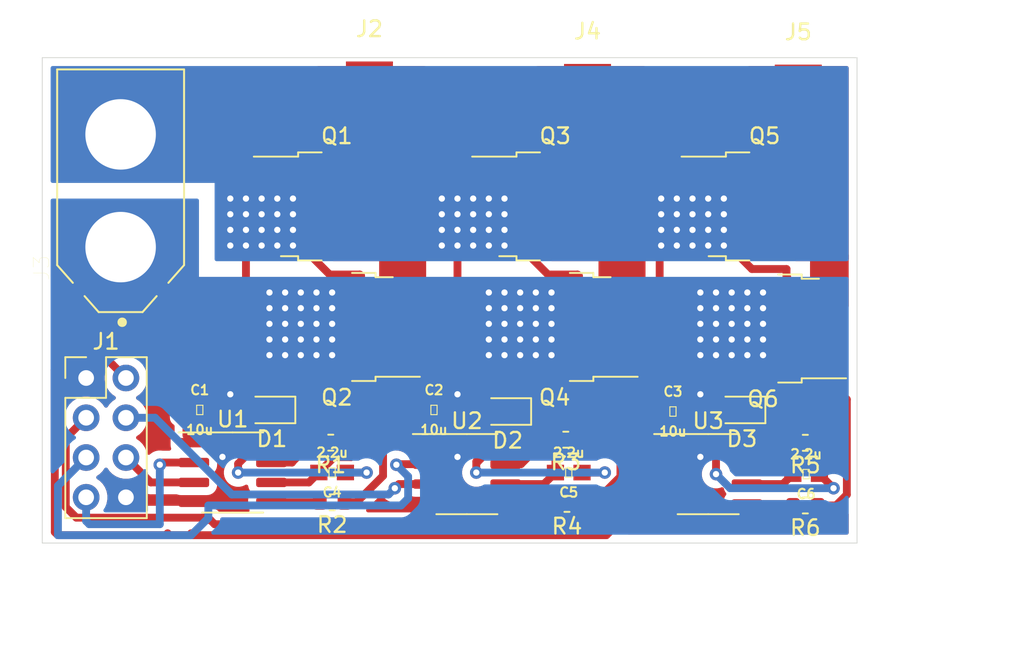
<source format=kicad_pcb>
(kicad_pcb (version 20171130) (host pcbnew "(5.1.5-0)")

  (general
    (thickness 1.6)
    (drawings 6)
    (tracks 345)
    (zones 0)
    (modules 29)
    (nets 27)
  )

  (page A4)
  (layers
    (0 F.Cu signal)
    (31 B.Cu signal)
    (32 B.Adhes user)
    (33 F.Adhes user)
    (34 B.Paste user)
    (35 F.Paste user)
    (36 B.SilkS user)
    (37 F.SilkS user)
    (38 B.Mask user)
    (39 F.Mask user)
    (40 Dwgs.User user)
    (41 Cmts.User user)
    (42 Eco1.User user)
    (43 Eco2.User user)
    (44 Edge.Cuts user)
    (45 Margin user)
    (46 B.CrtYd user)
    (47 F.CrtYd user)
    (48 B.Fab user)
    (49 F.Fab user)
  )

  (setup
    (last_trace_width 0.5)
    (user_trace_width 0.5)
    (trace_clearance 0.2)
    (zone_clearance 0.508)
    (zone_45_only no)
    (trace_min 0.2)
    (via_size 0.8)
    (via_drill 0.4)
    (via_min_size 0.4)
    (via_min_drill 0.3)
    (uvia_size 0.3)
    (uvia_drill 0.1)
    (uvias_allowed no)
    (uvia_min_size 0.2)
    (uvia_min_drill 0.1)
    (edge_width 0.05)
    (segment_width 0.2)
    (pcb_text_width 0.3)
    (pcb_text_size 1.5 1.5)
    (mod_edge_width 0.12)
    (mod_text_size 1 1)
    (mod_text_width 0.15)
    (pad_size 1.524 1.524)
    (pad_drill 0.762)
    (pad_to_mask_clearance 0.051)
    (solder_mask_min_width 0.25)
    (aux_axis_origin 0 0)
    (visible_elements FFFFFF7F)
    (pcbplotparams
      (layerselection 0x010fc_ffffffff)
      (usegerberextensions false)
      (usegerberattributes false)
      (usegerberadvancedattributes false)
      (creategerberjobfile false)
      (excludeedgelayer true)
      (linewidth 0.100000)
      (plotframeref false)
      (viasonmask false)
      (mode 1)
      (useauxorigin false)
      (hpglpennumber 1)
      (hpglpenspeed 20)
      (hpglpendiameter 15.000000)
      (psnegative false)
      (psa4output false)
      (plotreference true)
      (plotvalue true)
      (plotinvisibletext false)
      (padsonsilk false)
      (subtractmaskfromsilk false)
      (outputformat 1)
      (mirror false)
      (drillshape 1)
      (scaleselection 1)
      (outputdirectory ""))
  )

  (net 0 "")
  (net 1 VCC)
  (net 2 GND)
  (net 3 OUT1)
  (net 4 "Net-(C4-Pad1)")
  (net 5 OUT2)
  (net 6 "Net-(C5-Pad1)")
  (net 7 OUT3)
  (net 8 "Net-(C6-Pad1)")
  (net 9 L3)
  (net 10 H3)
  (net 11 L2)
  (net 12 H2)
  (net 13 L1)
  (net 14 H1)
  (net 15 "Net-(Q1-Pad1)")
  (net 16 "Net-(Q2-Pad1)")
  (net 17 "Net-(Q3-Pad1)")
  (net 18 "Net-(Q4-Pad1)")
  (net 19 "Net-(Q5-Pad1)")
  (net 20 "Net-(Q6-Pad1)")
  (net 21 "Net-(R1-Pad2)")
  (net 22 "Net-(R2-Pad2)")
  (net 23 "Net-(R3-Pad2)")
  (net 24 "Net-(R4-Pad2)")
  (net 25 "Net-(R5-Pad2)")
  (net 26 "Net-(R6-Pad2)")

  (net_class Default "This is the default net class."
    (clearance 0.2)
    (trace_width 0.25)
    (via_dia 0.8)
    (via_drill 0.4)
    (uvia_dia 0.3)
    (uvia_drill 0.1)
    (add_net GND)
    (add_net H1)
    (add_net H2)
    (add_net H3)
    (add_net L1)
    (add_net L2)
    (add_net L3)
    (add_net "Net-(C4-Pad1)")
    (add_net "Net-(C5-Pad1)")
    (add_net "Net-(C6-Pad1)")
    (add_net "Net-(Q1-Pad1)")
    (add_net "Net-(Q2-Pad1)")
    (add_net "Net-(Q3-Pad1)")
    (add_net "Net-(Q4-Pad1)")
    (add_net "Net-(Q5-Pad1)")
    (add_net "Net-(Q6-Pad1)")
    (add_net "Net-(R1-Pad2)")
    (add_net "Net-(R2-Pad2)")
    (add_net "Net-(R3-Pad2)")
    (add_net "Net-(R4-Pad2)")
    (add_net "Net-(R5-Pad2)")
    (add_net "Net-(R6-Pad2)")
    (add_net OUT1)
    (add_net OUT2)
    (add_net OUT3)
    (add_net VCC)
  )

  (module Capacitors:0603 (layer F.Cu) (tedit 596180EF) (tstamp 6114FEE2)
    (at 114.05164 87.5)
    (descr "GENERIC 1608 (0603) PACKAGE")
    (tags "GENERIC 1608 (0603) PACKAGE")
    (path /6114B81F)
    (attr smd)
    (fp_text reference C1 (at 0 -1.27) (layer F.SilkS)
      (effects (font (size 0.6096 0.6096) (thickness 0.127)))
    )
    (fp_text value 10u (at 0 1.27) (layer F.SilkS)
      (effects (font (size 0.6096 0.6096) (thickness 0.127)))
    )
    (fp_line (start -0.8382 0.4699) (end -0.33782 0.4699) (layer Dwgs.User) (width 0.06604))
    (fp_line (start -0.33782 0.4699) (end -0.33782 -0.48006) (layer Dwgs.User) (width 0.06604))
    (fp_line (start -0.8382 -0.48006) (end -0.33782 -0.48006) (layer Dwgs.User) (width 0.06604))
    (fp_line (start -0.8382 0.4699) (end -0.8382 -0.48006) (layer Dwgs.User) (width 0.06604))
    (fp_line (start 0.3302 0.4699) (end 0.82804 0.4699) (layer Dwgs.User) (width 0.06604))
    (fp_line (start 0.82804 0.4699) (end 0.82804 -0.48006) (layer Dwgs.User) (width 0.06604))
    (fp_line (start 0.3302 -0.48006) (end 0.82804 -0.48006) (layer Dwgs.User) (width 0.06604))
    (fp_line (start 0.3302 0.4699) (end 0.3302 -0.48006) (layer Dwgs.User) (width 0.06604))
    (fp_line (start -0.19812 0.29972) (end 0.19812 0.29972) (layer F.SilkS) (width 0.06604))
    (fp_line (start 0.19812 0.29972) (end 0.19812 -0.29972) (layer F.SilkS) (width 0.06604))
    (fp_line (start -0.19812 -0.29972) (end 0.19812 -0.29972) (layer F.SilkS) (width 0.06604))
    (fp_line (start -0.19812 0.29972) (end -0.19812 -0.29972) (layer F.SilkS) (width 0.06604))
    (fp_line (start -1.59766 -0.6985) (end 1.59766 -0.6985) (layer F.CrtYd) (width 0.0508))
    (fp_line (start 1.59766 -0.6985) (end 1.59766 0.6985) (layer F.CrtYd) (width 0.0508))
    (fp_line (start 1.59766 0.6985) (end -1.59766 0.6985) (layer F.CrtYd) (width 0.0508))
    (fp_line (start -1.59766 0.6985) (end -1.59766 -0.6985) (layer F.CrtYd) (width 0.0508))
    (fp_line (start -0.3556 -0.4318) (end 0.3556 -0.4318) (layer Dwgs.User) (width 0.1016))
    (fp_line (start -0.3556 0.41656) (end 0.3556 0.41656) (layer Dwgs.User) (width 0.1016))
    (pad 1 smd rect (at -0.84836 0) (size 1.09982 0.99822) (layers F.Cu F.Paste F.Mask)
      (net 1 VCC) (solder_mask_margin 0.1016))
    (pad 2 smd rect (at 0.84836 0) (size 1.09982 0.99822) (layers F.Cu F.Paste F.Mask)
      (net 2 GND) (solder_mask_margin 0.1016))
  )

  (module Capacitors:0603 (layer F.Cu) (tedit 596180EF) (tstamp 6114FEFA)
    (at 129 87.5)
    (descr "GENERIC 1608 (0603) PACKAGE")
    (tags "GENERIC 1608 (0603) PACKAGE")
    (path /6116C665)
    (attr smd)
    (fp_text reference C2 (at 0 -1.27) (layer F.SilkS)
      (effects (font (size 0.6096 0.6096) (thickness 0.127)))
    )
    (fp_text value 10u (at 0 1.27) (layer F.SilkS)
      (effects (font (size 0.6096 0.6096) (thickness 0.127)))
    )
    (fp_line (start -0.8382 0.4699) (end -0.33782 0.4699) (layer Dwgs.User) (width 0.06604))
    (fp_line (start -0.33782 0.4699) (end -0.33782 -0.48006) (layer Dwgs.User) (width 0.06604))
    (fp_line (start -0.8382 -0.48006) (end -0.33782 -0.48006) (layer Dwgs.User) (width 0.06604))
    (fp_line (start -0.8382 0.4699) (end -0.8382 -0.48006) (layer Dwgs.User) (width 0.06604))
    (fp_line (start 0.3302 0.4699) (end 0.82804 0.4699) (layer Dwgs.User) (width 0.06604))
    (fp_line (start 0.82804 0.4699) (end 0.82804 -0.48006) (layer Dwgs.User) (width 0.06604))
    (fp_line (start 0.3302 -0.48006) (end 0.82804 -0.48006) (layer Dwgs.User) (width 0.06604))
    (fp_line (start 0.3302 0.4699) (end 0.3302 -0.48006) (layer Dwgs.User) (width 0.06604))
    (fp_line (start -0.19812 0.29972) (end 0.19812 0.29972) (layer F.SilkS) (width 0.06604))
    (fp_line (start 0.19812 0.29972) (end 0.19812 -0.29972) (layer F.SilkS) (width 0.06604))
    (fp_line (start -0.19812 -0.29972) (end 0.19812 -0.29972) (layer F.SilkS) (width 0.06604))
    (fp_line (start -0.19812 0.29972) (end -0.19812 -0.29972) (layer F.SilkS) (width 0.06604))
    (fp_line (start -1.59766 -0.6985) (end 1.59766 -0.6985) (layer F.CrtYd) (width 0.0508))
    (fp_line (start 1.59766 -0.6985) (end 1.59766 0.6985) (layer F.CrtYd) (width 0.0508))
    (fp_line (start 1.59766 0.6985) (end -1.59766 0.6985) (layer F.CrtYd) (width 0.0508))
    (fp_line (start -1.59766 0.6985) (end -1.59766 -0.6985) (layer F.CrtYd) (width 0.0508))
    (fp_line (start -0.3556 -0.4318) (end 0.3556 -0.4318) (layer Dwgs.User) (width 0.1016))
    (fp_line (start -0.3556 0.41656) (end 0.3556 0.41656) (layer Dwgs.User) (width 0.1016))
    (pad 1 smd rect (at -0.84836 0) (size 1.09982 0.99822) (layers F.Cu F.Paste F.Mask)
      (net 1 VCC) (solder_mask_margin 0.1016))
    (pad 2 smd rect (at 0.84836 0) (size 1.09982 0.99822) (layers F.Cu F.Paste F.Mask)
      (net 2 GND) (solder_mask_margin 0.1016))
  )

  (module Capacitors:0603 (layer F.Cu) (tedit 596180EF) (tstamp 6114FF12)
    (at 144.25164 87.6)
    (descr "GENERIC 1608 (0603) PACKAGE")
    (tags "GENERIC 1608 (0603) PACKAGE")
    (path /61174DC8)
    (attr smd)
    (fp_text reference C3 (at 0 -1.27) (layer F.SilkS)
      (effects (font (size 0.6096 0.6096) (thickness 0.127)))
    )
    (fp_text value 10u (at 0 1.27) (layer F.SilkS)
      (effects (font (size 0.6096 0.6096) (thickness 0.127)))
    )
    (fp_line (start -0.8382 0.4699) (end -0.33782 0.4699) (layer Dwgs.User) (width 0.06604))
    (fp_line (start -0.33782 0.4699) (end -0.33782 -0.48006) (layer Dwgs.User) (width 0.06604))
    (fp_line (start -0.8382 -0.48006) (end -0.33782 -0.48006) (layer Dwgs.User) (width 0.06604))
    (fp_line (start -0.8382 0.4699) (end -0.8382 -0.48006) (layer Dwgs.User) (width 0.06604))
    (fp_line (start 0.3302 0.4699) (end 0.82804 0.4699) (layer Dwgs.User) (width 0.06604))
    (fp_line (start 0.82804 0.4699) (end 0.82804 -0.48006) (layer Dwgs.User) (width 0.06604))
    (fp_line (start 0.3302 -0.48006) (end 0.82804 -0.48006) (layer Dwgs.User) (width 0.06604))
    (fp_line (start 0.3302 0.4699) (end 0.3302 -0.48006) (layer Dwgs.User) (width 0.06604))
    (fp_line (start -0.19812 0.29972) (end 0.19812 0.29972) (layer F.SilkS) (width 0.06604))
    (fp_line (start 0.19812 0.29972) (end 0.19812 -0.29972) (layer F.SilkS) (width 0.06604))
    (fp_line (start -0.19812 -0.29972) (end 0.19812 -0.29972) (layer F.SilkS) (width 0.06604))
    (fp_line (start -0.19812 0.29972) (end -0.19812 -0.29972) (layer F.SilkS) (width 0.06604))
    (fp_line (start -1.59766 -0.6985) (end 1.59766 -0.6985) (layer F.CrtYd) (width 0.0508))
    (fp_line (start 1.59766 -0.6985) (end 1.59766 0.6985) (layer F.CrtYd) (width 0.0508))
    (fp_line (start 1.59766 0.6985) (end -1.59766 0.6985) (layer F.CrtYd) (width 0.0508))
    (fp_line (start -1.59766 0.6985) (end -1.59766 -0.6985) (layer F.CrtYd) (width 0.0508))
    (fp_line (start -0.3556 -0.4318) (end 0.3556 -0.4318) (layer Dwgs.User) (width 0.1016))
    (fp_line (start -0.3556 0.41656) (end 0.3556 0.41656) (layer Dwgs.User) (width 0.1016))
    (pad 1 smd rect (at -0.84836 0) (size 1.09982 0.99822) (layers F.Cu F.Paste F.Mask)
      (net 1 VCC) (solder_mask_margin 0.1016))
    (pad 2 smd rect (at 0.84836 0) (size 1.09982 0.99822) (layers F.Cu F.Paste F.Mask)
      (net 2 GND) (solder_mask_margin 0.1016))
  )

  (module Capacitors:0603 (layer F.Cu) (tedit 596180EF) (tstamp 6114FF2A)
    (at 122.5 91.495 180)
    (descr "GENERIC 1608 (0603) PACKAGE")
    (tags "GENERIC 1608 (0603) PACKAGE")
    (path /6114BCDF)
    (attr smd)
    (fp_text reference C4 (at 0 -1.27) (layer F.SilkS)
      (effects (font (size 0.6096 0.6096) (thickness 0.127)))
    )
    (fp_text value 2.2u (at 0 1.27) (layer F.SilkS)
      (effects (font (size 0.6096 0.6096) (thickness 0.127)))
    )
    (fp_line (start -0.3556 0.41656) (end 0.3556 0.41656) (layer Dwgs.User) (width 0.1016))
    (fp_line (start -0.3556 -0.4318) (end 0.3556 -0.4318) (layer Dwgs.User) (width 0.1016))
    (fp_line (start -1.59766 0.6985) (end -1.59766 -0.6985) (layer F.CrtYd) (width 0.0508))
    (fp_line (start 1.59766 0.6985) (end -1.59766 0.6985) (layer F.CrtYd) (width 0.0508))
    (fp_line (start 1.59766 -0.6985) (end 1.59766 0.6985) (layer F.CrtYd) (width 0.0508))
    (fp_line (start -1.59766 -0.6985) (end 1.59766 -0.6985) (layer F.CrtYd) (width 0.0508))
    (fp_line (start -0.19812 0.29972) (end -0.19812 -0.29972) (layer F.SilkS) (width 0.06604))
    (fp_line (start -0.19812 -0.29972) (end 0.19812 -0.29972) (layer F.SilkS) (width 0.06604))
    (fp_line (start 0.19812 0.29972) (end 0.19812 -0.29972) (layer F.SilkS) (width 0.06604))
    (fp_line (start -0.19812 0.29972) (end 0.19812 0.29972) (layer F.SilkS) (width 0.06604))
    (fp_line (start 0.3302 0.4699) (end 0.3302 -0.48006) (layer Dwgs.User) (width 0.06604))
    (fp_line (start 0.3302 -0.48006) (end 0.82804 -0.48006) (layer Dwgs.User) (width 0.06604))
    (fp_line (start 0.82804 0.4699) (end 0.82804 -0.48006) (layer Dwgs.User) (width 0.06604))
    (fp_line (start 0.3302 0.4699) (end 0.82804 0.4699) (layer Dwgs.User) (width 0.06604))
    (fp_line (start -0.8382 0.4699) (end -0.8382 -0.48006) (layer Dwgs.User) (width 0.06604))
    (fp_line (start -0.8382 -0.48006) (end -0.33782 -0.48006) (layer Dwgs.User) (width 0.06604))
    (fp_line (start -0.33782 0.4699) (end -0.33782 -0.48006) (layer Dwgs.User) (width 0.06604))
    (fp_line (start -0.8382 0.4699) (end -0.33782 0.4699) (layer Dwgs.User) (width 0.06604))
    (pad 2 smd rect (at 0.84836 0 180) (size 1.09982 0.99822) (layers F.Cu F.Paste F.Mask)
      (net 3 OUT1) (solder_mask_margin 0.1016))
    (pad 1 smd rect (at -0.84836 0 180) (size 1.09982 0.99822) (layers F.Cu F.Paste F.Mask)
      (net 4 "Net-(C4-Pad1)") (solder_mask_margin 0.1016))
  )

  (module Capacitors:0603 (layer F.Cu) (tedit 596180EF) (tstamp 6114FF42)
    (at 137.6 91.5 180)
    (descr "GENERIC 1608 (0603) PACKAGE")
    (tags "GENERIC 1608 (0603) PACKAGE")
    (path /6116C66B)
    (attr smd)
    (fp_text reference C5 (at 0 -1.27) (layer F.SilkS)
      (effects (font (size 0.6096 0.6096) (thickness 0.127)))
    )
    (fp_text value 2.2u (at 0 1.27) (layer F.SilkS)
      (effects (font (size 0.6096 0.6096) (thickness 0.127)))
    )
    (fp_line (start -0.3556 0.41656) (end 0.3556 0.41656) (layer Dwgs.User) (width 0.1016))
    (fp_line (start -0.3556 -0.4318) (end 0.3556 -0.4318) (layer Dwgs.User) (width 0.1016))
    (fp_line (start -1.59766 0.6985) (end -1.59766 -0.6985) (layer F.CrtYd) (width 0.0508))
    (fp_line (start 1.59766 0.6985) (end -1.59766 0.6985) (layer F.CrtYd) (width 0.0508))
    (fp_line (start 1.59766 -0.6985) (end 1.59766 0.6985) (layer F.CrtYd) (width 0.0508))
    (fp_line (start -1.59766 -0.6985) (end 1.59766 -0.6985) (layer F.CrtYd) (width 0.0508))
    (fp_line (start -0.19812 0.29972) (end -0.19812 -0.29972) (layer F.SilkS) (width 0.06604))
    (fp_line (start -0.19812 -0.29972) (end 0.19812 -0.29972) (layer F.SilkS) (width 0.06604))
    (fp_line (start 0.19812 0.29972) (end 0.19812 -0.29972) (layer F.SilkS) (width 0.06604))
    (fp_line (start -0.19812 0.29972) (end 0.19812 0.29972) (layer F.SilkS) (width 0.06604))
    (fp_line (start 0.3302 0.4699) (end 0.3302 -0.48006) (layer Dwgs.User) (width 0.06604))
    (fp_line (start 0.3302 -0.48006) (end 0.82804 -0.48006) (layer Dwgs.User) (width 0.06604))
    (fp_line (start 0.82804 0.4699) (end 0.82804 -0.48006) (layer Dwgs.User) (width 0.06604))
    (fp_line (start 0.3302 0.4699) (end 0.82804 0.4699) (layer Dwgs.User) (width 0.06604))
    (fp_line (start -0.8382 0.4699) (end -0.8382 -0.48006) (layer Dwgs.User) (width 0.06604))
    (fp_line (start -0.8382 -0.48006) (end -0.33782 -0.48006) (layer Dwgs.User) (width 0.06604))
    (fp_line (start -0.33782 0.4699) (end -0.33782 -0.48006) (layer Dwgs.User) (width 0.06604))
    (fp_line (start -0.8382 0.4699) (end -0.33782 0.4699) (layer Dwgs.User) (width 0.06604))
    (pad 2 smd rect (at 0.84836 0 180) (size 1.09982 0.99822) (layers F.Cu F.Paste F.Mask)
      (net 5 OUT2) (solder_mask_margin 0.1016))
    (pad 1 smd rect (at -0.84836 0 180) (size 1.09982 0.99822) (layers F.Cu F.Paste F.Mask)
      (net 6 "Net-(C5-Pad1)") (solder_mask_margin 0.1016))
  )

  (module Capacitors:0603 (layer F.Cu) (tedit 596180EF) (tstamp 6114FF5A)
    (at 152.75164 91.6 180)
    (descr "GENERIC 1608 (0603) PACKAGE")
    (tags "GENERIC 1608 (0603) PACKAGE")
    (path /61174DCE)
    (attr smd)
    (fp_text reference C6 (at 0 -1.27) (layer F.SilkS)
      (effects (font (size 0.6096 0.6096) (thickness 0.127)))
    )
    (fp_text value 2.2u (at 0 1.27) (layer F.SilkS)
      (effects (font (size 0.6096 0.6096) (thickness 0.127)))
    )
    (fp_line (start -0.3556 0.41656) (end 0.3556 0.41656) (layer Dwgs.User) (width 0.1016))
    (fp_line (start -0.3556 -0.4318) (end 0.3556 -0.4318) (layer Dwgs.User) (width 0.1016))
    (fp_line (start -1.59766 0.6985) (end -1.59766 -0.6985) (layer F.CrtYd) (width 0.0508))
    (fp_line (start 1.59766 0.6985) (end -1.59766 0.6985) (layer F.CrtYd) (width 0.0508))
    (fp_line (start 1.59766 -0.6985) (end 1.59766 0.6985) (layer F.CrtYd) (width 0.0508))
    (fp_line (start -1.59766 -0.6985) (end 1.59766 -0.6985) (layer F.CrtYd) (width 0.0508))
    (fp_line (start -0.19812 0.29972) (end -0.19812 -0.29972) (layer F.SilkS) (width 0.06604))
    (fp_line (start -0.19812 -0.29972) (end 0.19812 -0.29972) (layer F.SilkS) (width 0.06604))
    (fp_line (start 0.19812 0.29972) (end 0.19812 -0.29972) (layer F.SilkS) (width 0.06604))
    (fp_line (start -0.19812 0.29972) (end 0.19812 0.29972) (layer F.SilkS) (width 0.06604))
    (fp_line (start 0.3302 0.4699) (end 0.3302 -0.48006) (layer Dwgs.User) (width 0.06604))
    (fp_line (start 0.3302 -0.48006) (end 0.82804 -0.48006) (layer Dwgs.User) (width 0.06604))
    (fp_line (start 0.82804 0.4699) (end 0.82804 -0.48006) (layer Dwgs.User) (width 0.06604))
    (fp_line (start 0.3302 0.4699) (end 0.82804 0.4699) (layer Dwgs.User) (width 0.06604))
    (fp_line (start -0.8382 0.4699) (end -0.8382 -0.48006) (layer Dwgs.User) (width 0.06604))
    (fp_line (start -0.8382 -0.48006) (end -0.33782 -0.48006) (layer Dwgs.User) (width 0.06604))
    (fp_line (start -0.33782 0.4699) (end -0.33782 -0.48006) (layer Dwgs.User) (width 0.06604))
    (fp_line (start -0.8382 0.4699) (end -0.33782 0.4699) (layer Dwgs.User) (width 0.06604))
    (pad 2 smd rect (at 0.84836 0 180) (size 1.09982 0.99822) (layers F.Cu F.Paste F.Mask)
      (net 7 OUT3) (solder_mask_margin 0.1016))
    (pad 1 smd rect (at -0.84836 0 180) (size 1.09982 0.99822) (layers F.Cu F.Paste F.Mask)
      (net 8 "Net-(C6-Pad1)") (solder_mask_margin 0.1016))
  )

  (module Diode_SMD:D_SOD-323 (layer F.Cu) (tedit 58641739) (tstamp 6114FF72)
    (at 118.65 87.5 180)
    (descr SOD-323)
    (tags SOD-323)
    (path /6114AB13)
    (attr smd)
    (fp_text reference D1 (at 0 -1.85) (layer F.SilkS)
      (effects (font (size 1 1) (thickness 0.15)))
    )
    (fp_text value 1N4148WS (at 0.1 1.9) (layer F.Fab)
      (effects (font (size 1 1) (thickness 0.15)))
    )
    (fp_text user %R (at 0 -1.85) (layer F.Fab)
      (effects (font (size 1 1) (thickness 0.15)))
    )
    (fp_line (start -1.5 -0.85) (end -1.5 0.85) (layer F.SilkS) (width 0.12))
    (fp_line (start 0.2 0) (end 0.45 0) (layer F.Fab) (width 0.1))
    (fp_line (start 0.2 0.35) (end -0.3 0) (layer F.Fab) (width 0.1))
    (fp_line (start 0.2 -0.35) (end 0.2 0.35) (layer F.Fab) (width 0.1))
    (fp_line (start -0.3 0) (end 0.2 -0.35) (layer F.Fab) (width 0.1))
    (fp_line (start -0.3 0) (end -0.5 0) (layer F.Fab) (width 0.1))
    (fp_line (start -0.3 -0.35) (end -0.3 0.35) (layer F.Fab) (width 0.1))
    (fp_line (start -0.9 0.7) (end -0.9 -0.7) (layer F.Fab) (width 0.1))
    (fp_line (start 0.9 0.7) (end -0.9 0.7) (layer F.Fab) (width 0.1))
    (fp_line (start 0.9 -0.7) (end 0.9 0.7) (layer F.Fab) (width 0.1))
    (fp_line (start -0.9 -0.7) (end 0.9 -0.7) (layer F.Fab) (width 0.1))
    (fp_line (start -1.6 -0.95) (end 1.6 -0.95) (layer F.CrtYd) (width 0.05))
    (fp_line (start 1.6 -0.95) (end 1.6 0.95) (layer F.CrtYd) (width 0.05))
    (fp_line (start -1.6 0.95) (end 1.6 0.95) (layer F.CrtYd) (width 0.05))
    (fp_line (start -1.6 -0.95) (end -1.6 0.95) (layer F.CrtYd) (width 0.05))
    (fp_line (start -1.5 0.85) (end 1.05 0.85) (layer F.SilkS) (width 0.12))
    (fp_line (start -1.5 -0.85) (end 1.05 -0.85) (layer F.SilkS) (width 0.12))
    (pad 1 smd rect (at -1.05 0 180) (size 0.6 0.45) (layers F.Cu F.Paste F.Mask)
      (net 4 "Net-(C4-Pad1)"))
    (pad 2 smd rect (at 1.05 0 180) (size 0.6 0.45) (layers F.Cu F.Paste F.Mask)
      (net 1 VCC))
    (model ${KISYS3DMOD}/Diode_SMD.3dshapes/D_SOD-323.wrl
      (at (xyz 0 0 0))
      (scale (xyz 1 1 1))
      (rotate (xyz 0 0 0))
    )
  )

  (module Diode_SMD:D_SOD-323 (layer F.Cu) (tedit 58641739) (tstamp 6114FF8A)
    (at 133.7 87.6 180)
    (descr SOD-323)
    (tags SOD-323)
    (path /6116C65F)
    (attr smd)
    (fp_text reference D2 (at 0 -1.85) (layer F.SilkS)
      (effects (font (size 1 1) (thickness 0.15)))
    )
    (fp_text value 1N4148WS (at 0.1 1.9) (layer F.Fab)
      (effects (font (size 1 1) (thickness 0.15)))
    )
    (fp_line (start -1.5 -0.85) (end 1.05 -0.85) (layer F.SilkS) (width 0.12))
    (fp_line (start -1.5 0.85) (end 1.05 0.85) (layer F.SilkS) (width 0.12))
    (fp_line (start -1.6 -0.95) (end -1.6 0.95) (layer F.CrtYd) (width 0.05))
    (fp_line (start -1.6 0.95) (end 1.6 0.95) (layer F.CrtYd) (width 0.05))
    (fp_line (start 1.6 -0.95) (end 1.6 0.95) (layer F.CrtYd) (width 0.05))
    (fp_line (start -1.6 -0.95) (end 1.6 -0.95) (layer F.CrtYd) (width 0.05))
    (fp_line (start -0.9 -0.7) (end 0.9 -0.7) (layer F.Fab) (width 0.1))
    (fp_line (start 0.9 -0.7) (end 0.9 0.7) (layer F.Fab) (width 0.1))
    (fp_line (start 0.9 0.7) (end -0.9 0.7) (layer F.Fab) (width 0.1))
    (fp_line (start -0.9 0.7) (end -0.9 -0.7) (layer F.Fab) (width 0.1))
    (fp_line (start -0.3 -0.35) (end -0.3 0.35) (layer F.Fab) (width 0.1))
    (fp_line (start -0.3 0) (end -0.5 0) (layer F.Fab) (width 0.1))
    (fp_line (start -0.3 0) (end 0.2 -0.35) (layer F.Fab) (width 0.1))
    (fp_line (start 0.2 -0.35) (end 0.2 0.35) (layer F.Fab) (width 0.1))
    (fp_line (start 0.2 0.35) (end -0.3 0) (layer F.Fab) (width 0.1))
    (fp_line (start 0.2 0) (end 0.45 0) (layer F.Fab) (width 0.1))
    (fp_line (start -1.5 -0.85) (end -1.5 0.85) (layer F.SilkS) (width 0.12))
    (fp_text user %R (at 0 -1.85) (layer F.Fab)
      (effects (font (size 1 1) (thickness 0.15)))
    )
    (pad 2 smd rect (at 1.05 0 180) (size 0.6 0.45) (layers F.Cu F.Paste F.Mask)
      (net 1 VCC))
    (pad 1 smd rect (at -1.05 0 180) (size 0.6 0.45) (layers F.Cu F.Paste F.Mask)
      (net 6 "Net-(C5-Pad1)"))
    (model ${KISYS3DMOD}/Diode_SMD.3dshapes/D_SOD-323.wrl
      (at (xyz 0 0 0))
      (scale (xyz 1 1 1))
      (rotate (xyz 0 0 0))
    )
  )

  (module Diode_SMD:D_SOD-323 (layer F.Cu) (tedit 58641739) (tstamp 6114FFA2)
    (at 148.65 87.5 180)
    (descr SOD-323)
    (tags SOD-323)
    (path /61174DC2)
    (attr smd)
    (fp_text reference D3 (at 0 -1.85) (layer F.SilkS)
      (effects (font (size 1 1) (thickness 0.15)))
    )
    (fp_text value 1N4148WS (at 0.1 1.9) (layer F.Fab)
      (effects (font (size 1 1) (thickness 0.15)))
    )
    (fp_text user %R (at 0 -1.85) (layer F.Fab)
      (effects (font (size 1 1) (thickness 0.15)))
    )
    (fp_line (start -1.5 -0.85) (end -1.5 0.85) (layer F.SilkS) (width 0.12))
    (fp_line (start 0.2 0) (end 0.45 0) (layer F.Fab) (width 0.1))
    (fp_line (start 0.2 0.35) (end -0.3 0) (layer F.Fab) (width 0.1))
    (fp_line (start 0.2 -0.35) (end 0.2 0.35) (layer F.Fab) (width 0.1))
    (fp_line (start -0.3 0) (end 0.2 -0.35) (layer F.Fab) (width 0.1))
    (fp_line (start -0.3 0) (end -0.5 0) (layer F.Fab) (width 0.1))
    (fp_line (start -0.3 -0.35) (end -0.3 0.35) (layer F.Fab) (width 0.1))
    (fp_line (start -0.9 0.7) (end -0.9 -0.7) (layer F.Fab) (width 0.1))
    (fp_line (start 0.9 0.7) (end -0.9 0.7) (layer F.Fab) (width 0.1))
    (fp_line (start 0.9 -0.7) (end 0.9 0.7) (layer F.Fab) (width 0.1))
    (fp_line (start -0.9 -0.7) (end 0.9 -0.7) (layer F.Fab) (width 0.1))
    (fp_line (start -1.6 -0.95) (end 1.6 -0.95) (layer F.CrtYd) (width 0.05))
    (fp_line (start 1.6 -0.95) (end 1.6 0.95) (layer F.CrtYd) (width 0.05))
    (fp_line (start -1.6 0.95) (end 1.6 0.95) (layer F.CrtYd) (width 0.05))
    (fp_line (start -1.6 -0.95) (end -1.6 0.95) (layer F.CrtYd) (width 0.05))
    (fp_line (start -1.5 0.85) (end 1.05 0.85) (layer F.SilkS) (width 0.12))
    (fp_line (start -1.5 -0.85) (end 1.05 -0.85) (layer F.SilkS) (width 0.12))
    (pad 1 smd rect (at -1.05 0 180) (size 0.6 0.45) (layers F.Cu F.Paste F.Mask)
      (net 8 "Net-(C6-Pad1)"))
    (pad 2 smd rect (at 1.05 0 180) (size 0.6 0.45) (layers F.Cu F.Paste F.Mask)
      (net 1 VCC))
    (model ${KISYS3DMOD}/Diode_SMD.3dshapes/D_SOD-323.wrl
      (at (xyz 0 0 0))
      (scale (xyz 1 1 1))
      (rotate (xyz 0 0 0))
    )
  )

  (module Connector_PinHeader_2.54mm:PinHeader_2x04_P2.54mm_Vertical (layer F.Cu) (tedit 59FED5CC) (tstamp 6114FFC0)
    (at 106.8 85.46)
    (descr "Through hole straight pin header, 2x04, 2.54mm pitch, double rows")
    (tags "Through hole pin header THT 2x04 2.54mm double row")
    (path /61175A41)
    (fp_text reference J1 (at 1.27 -2.33) (layer F.SilkS)
      (effects (font (size 1 1) (thickness 0.15)))
    )
    (fp_text value Conn_01x08_Male (at 1.27 9.95) (layer F.Fab)
      (effects (font (size 1 1) (thickness 0.15)))
    )
    (fp_line (start 0 -1.27) (end 3.81 -1.27) (layer F.Fab) (width 0.1))
    (fp_line (start 3.81 -1.27) (end 3.81 8.89) (layer F.Fab) (width 0.1))
    (fp_line (start 3.81 8.89) (end -1.27 8.89) (layer F.Fab) (width 0.1))
    (fp_line (start -1.27 8.89) (end -1.27 0) (layer F.Fab) (width 0.1))
    (fp_line (start -1.27 0) (end 0 -1.27) (layer F.Fab) (width 0.1))
    (fp_line (start -1.33 8.95) (end 3.87 8.95) (layer F.SilkS) (width 0.12))
    (fp_line (start -1.33 1.27) (end -1.33 8.95) (layer F.SilkS) (width 0.12))
    (fp_line (start 3.87 -1.33) (end 3.87 8.95) (layer F.SilkS) (width 0.12))
    (fp_line (start -1.33 1.27) (end 1.27 1.27) (layer F.SilkS) (width 0.12))
    (fp_line (start 1.27 1.27) (end 1.27 -1.33) (layer F.SilkS) (width 0.12))
    (fp_line (start 1.27 -1.33) (end 3.87 -1.33) (layer F.SilkS) (width 0.12))
    (fp_line (start -1.33 0) (end -1.33 -1.33) (layer F.SilkS) (width 0.12))
    (fp_line (start -1.33 -1.33) (end 0 -1.33) (layer F.SilkS) (width 0.12))
    (fp_line (start -1.8 -1.8) (end -1.8 9.4) (layer F.CrtYd) (width 0.05))
    (fp_line (start -1.8 9.4) (end 4.35 9.4) (layer F.CrtYd) (width 0.05))
    (fp_line (start 4.35 9.4) (end 4.35 -1.8) (layer F.CrtYd) (width 0.05))
    (fp_line (start 4.35 -1.8) (end -1.8 -1.8) (layer F.CrtYd) (width 0.05))
    (fp_text user %R (at 1.27 3.81 90) (layer F.Fab)
      (effects (font (size 1 1) (thickness 0.15)))
    )
    (pad 1 thru_hole rect (at 0 0) (size 1.7 1.7) (drill 1) (layers *.Cu *.Mask)
      (net 2 GND))
    (pad 2 thru_hole oval (at 2.54 0) (size 1.7 1.7) (drill 1) (layers *.Cu *.Mask)
      (net 9 L3))
    (pad 3 thru_hole oval (at 0 2.54) (size 1.7 1.7) (drill 1) (layers *.Cu *.Mask)
      (net 10 H3))
    (pad 4 thru_hole oval (at 2.54 2.54) (size 1.7 1.7) (drill 1) (layers *.Cu *.Mask)
      (net 11 L2))
    (pad 5 thru_hole oval (at 0 5.08) (size 1.7 1.7) (drill 1) (layers *.Cu *.Mask)
      (net 12 H2))
    (pad 6 thru_hole oval (at 2.54 5.08) (size 1.7 1.7) (drill 1) (layers *.Cu *.Mask)
      (net 13 L1))
    (pad 7 thru_hole oval (at 0 7.62) (size 1.7 1.7) (drill 1) (layers *.Cu *.Mask)
      (net 14 H1))
    (pad 8 thru_hole oval (at 2.54 7.62) (size 1.7 1.7) (drill 1) (layers *.Cu *.Mask)
      (net 2 GND))
    (model ${KISYS3DMOD}/Connector_PinHeader_2.54mm.3dshapes/PinHeader_2x04_P2.54mm_Vertical.wrl
      (at (xyz 0 0 0))
      (scale (xyz 1 1 1))
      (rotate (xyz 0 0 0))
    )
  )

  (module Package_TO_SOT_SMD:TO-252-2 (layer F.Cu) (tedit 5A70A390) (tstamp 6114FFE4)
    (at 122.8 74.5)
    (descr "TO-252 / DPAK SMD package, http://www.infineon.com/cms/en/product/packages/PG-TO252/PG-TO252-3-1/")
    (tags "DPAK TO-252 DPAK-3 TO-252-3 SOT-428")
    (path /6114D7EA)
    (attr smd)
    (fp_text reference Q1 (at 0 -4.5) (layer F.SilkS)
      (effects (font (size 1 1) (thickness 0.15)))
    )
    (fp_text value MOSFET-NCH-2N7002PW (at 0 4.5) (layer F.Fab)
      (effects (font (size 1 1) (thickness 0.15)))
    )
    (fp_line (start 3.95 -2.7) (end 4.95 -2.7) (layer F.Fab) (width 0.1))
    (fp_line (start 4.95 -2.7) (end 4.95 2.7) (layer F.Fab) (width 0.1))
    (fp_line (start 4.95 2.7) (end 3.95 2.7) (layer F.Fab) (width 0.1))
    (fp_line (start 3.95 -3.25) (end 3.95 3.25) (layer F.Fab) (width 0.1))
    (fp_line (start 3.95 3.25) (end -2.27 3.25) (layer F.Fab) (width 0.1))
    (fp_line (start -2.27 3.25) (end -2.27 -2.25) (layer F.Fab) (width 0.1))
    (fp_line (start -2.27 -2.25) (end -1.27 -3.25) (layer F.Fab) (width 0.1))
    (fp_line (start -1.27 -3.25) (end 3.95 -3.25) (layer F.Fab) (width 0.1))
    (fp_line (start -1.865 -2.655) (end -4.97 -2.655) (layer F.Fab) (width 0.1))
    (fp_line (start -4.97 -2.655) (end -4.97 -1.905) (layer F.Fab) (width 0.1))
    (fp_line (start -4.97 -1.905) (end -2.27 -1.905) (layer F.Fab) (width 0.1))
    (fp_line (start -2.27 1.905) (end -4.97 1.905) (layer F.Fab) (width 0.1))
    (fp_line (start -4.97 1.905) (end -4.97 2.655) (layer F.Fab) (width 0.1))
    (fp_line (start -4.97 2.655) (end -2.27 2.655) (layer F.Fab) (width 0.1))
    (fp_line (start -0.97 -3.45) (end -2.47 -3.45) (layer F.SilkS) (width 0.12))
    (fp_line (start -2.47 -3.45) (end -2.47 -3.18) (layer F.SilkS) (width 0.12))
    (fp_line (start -2.47 -3.18) (end -5.3 -3.18) (layer F.SilkS) (width 0.12))
    (fp_line (start -0.97 3.45) (end -2.47 3.45) (layer F.SilkS) (width 0.12))
    (fp_line (start -2.47 3.45) (end -2.47 3.18) (layer F.SilkS) (width 0.12))
    (fp_line (start -2.47 3.18) (end -3.57 3.18) (layer F.SilkS) (width 0.12))
    (fp_line (start -5.55 -3.5) (end -5.55 3.5) (layer F.CrtYd) (width 0.05))
    (fp_line (start -5.55 3.5) (end 5.55 3.5) (layer F.CrtYd) (width 0.05))
    (fp_line (start 5.55 3.5) (end 5.55 -3.5) (layer F.CrtYd) (width 0.05))
    (fp_line (start 5.55 -3.5) (end -5.55 -3.5) (layer F.CrtYd) (width 0.05))
    (fp_text user %R (at 0 0) (layer F.Fab)
      (effects (font (size 1 1) (thickness 0.15)))
    )
    (pad 1 smd rect (at -4.2 -2.28) (size 2.2 1.2) (layers F.Cu F.Paste F.Mask)
      (net 15 "Net-(Q1-Pad1)"))
    (pad 3 smd rect (at -4.2 2.28) (size 2.2 1.2) (layers F.Cu F.Paste F.Mask)
      (net 1 VCC))
    (pad 2 smd rect (at 2.1 0) (size 6.4 5.8) (layers F.Cu F.Mask)
      (net 3 OUT1))
    (pad "" smd rect (at 3.775 1.525) (size 3.05 2.75) (layers F.Paste))
    (pad "" smd rect (at 0.425 -1.525) (size 3.05 2.75) (layers F.Paste))
    (pad "" smd rect (at 3.775 -1.525) (size 3.05 2.75) (layers F.Paste))
    (pad "" smd rect (at 0.425 1.525) (size 3.05 2.75) (layers F.Paste))
    (model ${KISYS3DMOD}/Package_TO_SOT_SMD.3dshapes/TO-252-2.wrl
      (at (xyz 0 0 0))
      (scale (xyz 1 1 1))
      (rotate (xyz 0 0 0))
    )
  )

  (module Package_TO_SOT_SMD:TO-252-2 (layer F.Cu) (tedit 5A70A390) (tstamp 61150008)
    (at 122.8 82.2 180)
    (descr "TO-252 / DPAK SMD package, http://www.infineon.com/cms/en/product/packages/PG-TO252/PG-TO252-3-1/")
    (tags "DPAK TO-252 DPAK-3 TO-252-3 SOT-428")
    (path /61150321)
    (attr smd)
    (fp_text reference Q2 (at 0 -4.5) (layer F.SilkS)
      (effects (font (size 1 1) (thickness 0.15)))
    )
    (fp_text value MOSFET-NCH-2N7002PW (at 0 4.5) (layer F.Fab)
      (effects (font (size 1 1) (thickness 0.15)))
    )
    (fp_text user %R (at 0 0) (layer F.Fab)
      (effects (font (size 1 1) (thickness 0.15)))
    )
    (fp_line (start 5.55 -3.5) (end -5.55 -3.5) (layer F.CrtYd) (width 0.05))
    (fp_line (start 5.55 3.5) (end 5.55 -3.5) (layer F.CrtYd) (width 0.05))
    (fp_line (start -5.55 3.5) (end 5.55 3.5) (layer F.CrtYd) (width 0.05))
    (fp_line (start -5.55 -3.5) (end -5.55 3.5) (layer F.CrtYd) (width 0.05))
    (fp_line (start -2.47 3.18) (end -3.57 3.18) (layer F.SilkS) (width 0.12))
    (fp_line (start -2.47 3.45) (end -2.47 3.18) (layer F.SilkS) (width 0.12))
    (fp_line (start -0.97 3.45) (end -2.47 3.45) (layer F.SilkS) (width 0.12))
    (fp_line (start -2.47 -3.18) (end -5.3 -3.18) (layer F.SilkS) (width 0.12))
    (fp_line (start -2.47 -3.45) (end -2.47 -3.18) (layer F.SilkS) (width 0.12))
    (fp_line (start -0.97 -3.45) (end -2.47 -3.45) (layer F.SilkS) (width 0.12))
    (fp_line (start -4.97 2.655) (end -2.27 2.655) (layer F.Fab) (width 0.1))
    (fp_line (start -4.97 1.905) (end -4.97 2.655) (layer F.Fab) (width 0.1))
    (fp_line (start -2.27 1.905) (end -4.97 1.905) (layer F.Fab) (width 0.1))
    (fp_line (start -4.97 -1.905) (end -2.27 -1.905) (layer F.Fab) (width 0.1))
    (fp_line (start -4.97 -2.655) (end -4.97 -1.905) (layer F.Fab) (width 0.1))
    (fp_line (start -1.865 -2.655) (end -4.97 -2.655) (layer F.Fab) (width 0.1))
    (fp_line (start -1.27 -3.25) (end 3.95 -3.25) (layer F.Fab) (width 0.1))
    (fp_line (start -2.27 -2.25) (end -1.27 -3.25) (layer F.Fab) (width 0.1))
    (fp_line (start -2.27 3.25) (end -2.27 -2.25) (layer F.Fab) (width 0.1))
    (fp_line (start 3.95 3.25) (end -2.27 3.25) (layer F.Fab) (width 0.1))
    (fp_line (start 3.95 -3.25) (end 3.95 3.25) (layer F.Fab) (width 0.1))
    (fp_line (start 4.95 2.7) (end 3.95 2.7) (layer F.Fab) (width 0.1))
    (fp_line (start 4.95 -2.7) (end 4.95 2.7) (layer F.Fab) (width 0.1))
    (fp_line (start 3.95 -2.7) (end 4.95 -2.7) (layer F.Fab) (width 0.1))
    (pad "" smd rect (at 0.425 1.525 180) (size 3.05 2.75) (layers F.Paste))
    (pad "" smd rect (at 3.775 -1.525 180) (size 3.05 2.75) (layers F.Paste))
    (pad "" smd rect (at 0.425 -1.525 180) (size 3.05 2.75) (layers F.Paste))
    (pad "" smd rect (at 3.775 1.525 180) (size 3.05 2.75) (layers F.Paste))
    (pad 2 smd rect (at 2.1 0 180) (size 6.4 5.8) (layers F.Cu F.Mask)
      (net 2 GND))
    (pad 3 smd rect (at -4.2 2.28 180) (size 2.2 1.2) (layers F.Cu F.Paste F.Mask)
      (net 3 OUT1))
    (pad 1 smd rect (at -4.2 -2.28 180) (size 2.2 1.2) (layers F.Cu F.Paste F.Mask)
      (net 16 "Net-(Q2-Pad1)"))
    (model ${KISYS3DMOD}/Package_TO_SOT_SMD.3dshapes/TO-252-2.wrl
      (at (xyz 0 0 0))
      (scale (xyz 1 1 1))
      (rotate (xyz 0 0 0))
    )
  )

  (module Package_TO_SOT_SMD:TO-252-2 (layer F.Cu) (tedit 5A70A390) (tstamp 6115002C)
    (at 136.735 74.5)
    (descr "TO-252 / DPAK SMD package, http://www.infineon.com/cms/en/product/packages/PG-TO252/PG-TO252-3-1/")
    (tags "DPAK TO-252 DPAK-3 TO-252-3 SOT-428")
    (path /6116C672)
    (attr smd)
    (fp_text reference Q3 (at 0 -4.5) (layer F.SilkS)
      (effects (font (size 1 1) (thickness 0.15)))
    )
    (fp_text value MOSFET-NCH-2N7002PW (at 0 4.5) (layer F.Fab)
      (effects (font (size 1 1) (thickness 0.15)))
    )
    (fp_line (start 3.95 -2.7) (end 4.95 -2.7) (layer F.Fab) (width 0.1))
    (fp_line (start 4.95 -2.7) (end 4.95 2.7) (layer F.Fab) (width 0.1))
    (fp_line (start 4.95 2.7) (end 3.95 2.7) (layer F.Fab) (width 0.1))
    (fp_line (start 3.95 -3.25) (end 3.95 3.25) (layer F.Fab) (width 0.1))
    (fp_line (start 3.95 3.25) (end -2.27 3.25) (layer F.Fab) (width 0.1))
    (fp_line (start -2.27 3.25) (end -2.27 -2.25) (layer F.Fab) (width 0.1))
    (fp_line (start -2.27 -2.25) (end -1.27 -3.25) (layer F.Fab) (width 0.1))
    (fp_line (start -1.27 -3.25) (end 3.95 -3.25) (layer F.Fab) (width 0.1))
    (fp_line (start -1.865 -2.655) (end -4.97 -2.655) (layer F.Fab) (width 0.1))
    (fp_line (start -4.97 -2.655) (end -4.97 -1.905) (layer F.Fab) (width 0.1))
    (fp_line (start -4.97 -1.905) (end -2.27 -1.905) (layer F.Fab) (width 0.1))
    (fp_line (start -2.27 1.905) (end -4.97 1.905) (layer F.Fab) (width 0.1))
    (fp_line (start -4.97 1.905) (end -4.97 2.655) (layer F.Fab) (width 0.1))
    (fp_line (start -4.97 2.655) (end -2.27 2.655) (layer F.Fab) (width 0.1))
    (fp_line (start -0.97 -3.45) (end -2.47 -3.45) (layer F.SilkS) (width 0.12))
    (fp_line (start -2.47 -3.45) (end -2.47 -3.18) (layer F.SilkS) (width 0.12))
    (fp_line (start -2.47 -3.18) (end -5.3 -3.18) (layer F.SilkS) (width 0.12))
    (fp_line (start -0.97 3.45) (end -2.47 3.45) (layer F.SilkS) (width 0.12))
    (fp_line (start -2.47 3.45) (end -2.47 3.18) (layer F.SilkS) (width 0.12))
    (fp_line (start -2.47 3.18) (end -3.57 3.18) (layer F.SilkS) (width 0.12))
    (fp_line (start -5.55 -3.5) (end -5.55 3.5) (layer F.CrtYd) (width 0.05))
    (fp_line (start -5.55 3.5) (end 5.55 3.5) (layer F.CrtYd) (width 0.05))
    (fp_line (start 5.55 3.5) (end 5.55 -3.5) (layer F.CrtYd) (width 0.05))
    (fp_line (start 5.55 -3.5) (end -5.55 -3.5) (layer F.CrtYd) (width 0.05))
    (fp_text user %R (at 0 0) (layer F.Fab)
      (effects (font (size 1 1) (thickness 0.15)))
    )
    (pad 1 smd rect (at -4.2 -2.28) (size 2.2 1.2) (layers F.Cu F.Paste F.Mask)
      (net 17 "Net-(Q3-Pad1)"))
    (pad 3 smd rect (at -4.2 2.28) (size 2.2 1.2) (layers F.Cu F.Paste F.Mask)
      (net 1 VCC))
    (pad 2 smd rect (at 2.1 0) (size 6.4 5.8) (layers F.Cu F.Mask)
      (net 5 OUT2))
    (pad "" smd rect (at 3.775 1.525) (size 3.05 2.75) (layers F.Paste))
    (pad "" smd rect (at 0.425 -1.525) (size 3.05 2.75) (layers F.Paste))
    (pad "" smd rect (at 3.775 -1.525) (size 3.05 2.75) (layers F.Paste))
    (pad "" smd rect (at 0.425 1.525) (size 3.05 2.75) (layers F.Paste))
    (model ${KISYS3DMOD}/Package_TO_SOT_SMD.3dshapes/TO-252-2.wrl
      (at (xyz 0 0 0))
      (scale (xyz 1 1 1))
      (rotate (xyz 0 0 0))
    )
  )

  (module Package_TO_SOT_SMD:TO-252-2 (layer F.Cu) (tedit 5A70A390) (tstamp 61150050)
    (at 136.7 82.2 180)
    (descr "TO-252 / DPAK SMD package, http://www.infineon.com/cms/en/product/packages/PG-TO252/PG-TO252-3-1/")
    (tags "DPAK TO-252 DPAK-3 TO-252-3 SOT-428")
    (path /6116C679)
    (attr smd)
    (fp_text reference Q4 (at 0 -4.5) (layer F.SilkS)
      (effects (font (size 1 1) (thickness 0.15)))
    )
    (fp_text value MOSFET-NCH-2N7002PW (at 0 4.5) (layer F.Fab)
      (effects (font (size 1 1) (thickness 0.15)))
    )
    (fp_text user %R (at 0 0) (layer F.Fab)
      (effects (font (size 1 1) (thickness 0.15)))
    )
    (fp_line (start 5.55 -3.5) (end -5.55 -3.5) (layer F.CrtYd) (width 0.05))
    (fp_line (start 5.55 3.5) (end 5.55 -3.5) (layer F.CrtYd) (width 0.05))
    (fp_line (start -5.55 3.5) (end 5.55 3.5) (layer F.CrtYd) (width 0.05))
    (fp_line (start -5.55 -3.5) (end -5.55 3.5) (layer F.CrtYd) (width 0.05))
    (fp_line (start -2.47 3.18) (end -3.57 3.18) (layer F.SilkS) (width 0.12))
    (fp_line (start -2.47 3.45) (end -2.47 3.18) (layer F.SilkS) (width 0.12))
    (fp_line (start -0.97 3.45) (end -2.47 3.45) (layer F.SilkS) (width 0.12))
    (fp_line (start -2.47 -3.18) (end -5.3 -3.18) (layer F.SilkS) (width 0.12))
    (fp_line (start -2.47 -3.45) (end -2.47 -3.18) (layer F.SilkS) (width 0.12))
    (fp_line (start -0.97 -3.45) (end -2.47 -3.45) (layer F.SilkS) (width 0.12))
    (fp_line (start -4.97 2.655) (end -2.27 2.655) (layer F.Fab) (width 0.1))
    (fp_line (start -4.97 1.905) (end -4.97 2.655) (layer F.Fab) (width 0.1))
    (fp_line (start -2.27 1.905) (end -4.97 1.905) (layer F.Fab) (width 0.1))
    (fp_line (start -4.97 -1.905) (end -2.27 -1.905) (layer F.Fab) (width 0.1))
    (fp_line (start -4.97 -2.655) (end -4.97 -1.905) (layer F.Fab) (width 0.1))
    (fp_line (start -1.865 -2.655) (end -4.97 -2.655) (layer F.Fab) (width 0.1))
    (fp_line (start -1.27 -3.25) (end 3.95 -3.25) (layer F.Fab) (width 0.1))
    (fp_line (start -2.27 -2.25) (end -1.27 -3.25) (layer F.Fab) (width 0.1))
    (fp_line (start -2.27 3.25) (end -2.27 -2.25) (layer F.Fab) (width 0.1))
    (fp_line (start 3.95 3.25) (end -2.27 3.25) (layer F.Fab) (width 0.1))
    (fp_line (start 3.95 -3.25) (end 3.95 3.25) (layer F.Fab) (width 0.1))
    (fp_line (start 4.95 2.7) (end 3.95 2.7) (layer F.Fab) (width 0.1))
    (fp_line (start 4.95 -2.7) (end 4.95 2.7) (layer F.Fab) (width 0.1))
    (fp_line (start 3.95 -2.7) (end 4.95 -2.7) (layer F.Fab) (width 0.1))
    (pad "" smd rect (at 0.425 1.525 180) (size 3.05 2.75) (layers F.Paste))
    (pad "" smd rect (at 3.775 -1.525 180) (size 3.05 2.75) (layers F.Paste))
    (pad "" smd rect (at 0.425 -1.525 180) (size 3.05 2.75) (layers F.Paste))
    (pad "" smd rect (at 3.775 1.525 180) (size 3.05 2.75) (layers F.Paste))
    (pad 2 smd rect (at 2.1 0 180) (size 6.4 5.8) (layers F.Cu F.Mask)
      (net 2 GND))
    (pad 3 smd rect (at -4.2 2.28 180) (size 2.2 1.2) (layers F.Cu F.Paste F.Mask)
      (net 5 OUT2))
    (pad 1 smd rect (at -4.2 -2.28 180) (size 2.2 1.2) (layers F.Cu F.Paste F.Mask)
      (net 18 "Net-(Q4-Pad1)"))
    (model ${KISYS3DMOD}/Package_TO_SOT_SMD.3dshapes/TO-252-2.wrl
      (at (xyz 0 0 0))
      (scale (xyz 1 1 1))
      (rotate (xyz 0 0 0))
    )
  )

  (module Package_TO_SOT_SMD:TO-252-2 (layer F.Cu) (tedit 5A70A390) (tstamp 61150074)
    (at 150.1 74.5)
    (descr "TO-252 / DPAK SMD package, http://www.infineon.com/cms/en/product/packages/PG-TO252/PG-TO252-3-1/")
    (tags "DPAK TO-252 DPAK-3 TO-252-3 SOT-428")
    (path /61174DD5)
    (attr smd)
    (fp_text reference Q5 (at 0 -4.5) (layer F.SilkS)
      (effects (font (size 1 1) (thickness 0.15)))
    )
    (fp_text value MOSFET-NCH-2N7002PW (at 0 4.5) (layer F.Fab)
      (effects (font (size 1 1) (thickness 0.15)))
    )
    (fp_line (start 3.95 -2.7) (end 4.95 -2.7) (layer F.Fab) (width 0.1))
    (fp_line (start 4.95 -2.7) (end 4.95 2.7) (layer F.Fab) (width 0.1))
    (fp_line (start 4.95 2.7) (end 3.95 2.7) (layer F.Fab) (width 0.1))
    (fp_line (start 3.95 -3.25) (end 3.95 3.25) (layer F.Fab) (width 0.1))
    (fp_line (start 3.95 3.25) (end -2.27 3.25) (layer F.Fab) (width 0.1))
    (fp_line (start -2.27 3.25) (end -2.27 -2.25) (layer F.Fab) (width 0.1))
    (fp_line (start -2.27 -2.25) (end -1.27 -3.25) (layer F.Fab) (width 0.1))
    (fp_line (start -1.27 -3.25) (end 3.95 -3.25) (layer F.Fab) (width 0.1))
    (fp_line (start -1.865 -2.655) (end -4.97 -2.655) (layer F.Fab) (width 0.1))
    (fp_line (start -4.97 -2.655) (end -4.97 -1.905) (layer F.Fab) (width 0.1))
    (fp_line (start -4.97 -1.905) (end -2.27 -1.905) (layer F.Fab) (width 0.1))
    (fp_line (start -2.27 1.905) (end -4.97 1.905) (layer F.Fab) (width 0.1))
    (fp_line (start -4.97 1.905) (end -4.97 2.655) (layer F.Fab) (width 0.1))
    (fp_line (start -4.97 2.655) (end -2.27 2.655) (layer F.Fab) (width 0.1))
    (fp_line (start -0.97 -3.45) (end -2.47 -3.45) (layer F.SilkS) (width 0.12))
    (fp_line (start -2.47 -3.45) (end -2.47 -3.18) (layer F.SilkS) (width 0.12))
    (fp_line (start -2.47 -3.18) (end -5.3 -3.18) (layer F.SilkS) (width 0.12))
    (fp_line (start -0.97 3.45) (end -2.47 3.45) (layer F.SilkS) (width 0.12))
    (fp_line (start -2.47 3.45) (end -2.47 3.18) (layer F.SilkS) (width 0.12))
    (fp_line (start -2.47 3.18) (end -3.57 3.18) (layer F.SilkS) (width 0.12))
    (fp_line (start -5.55 -3.5) (end -5.55 3.5) (layer F.CrtYd) (width 0.05))
    (fp_line (start -5.55 3.5) (end 5.55 3.5) (layer F.CrtYd) (width 0.05))
    (fp_line (start 5.55 3.5) (end 5.55 -3.5) (layer F.CrtYd) (width 0.05))
    (fp_line (start 5.55 -3.5) (end -5.55 -3.5) (layer F.CrtYd) (width 0.05))
    (fp_text user %R (at 0 0) (layer F.Fab)
      (effects (font (size 1 1) (thickness 0.15)))
    )
    (pad 1 smd rect (at -4.2 -2.28) (size 2.2 1.2) (layers F.Cu F.Paste F.Mask)
      (net 19 "Net-(Q5-Pad1)"))
    (pad 3 smd rect (at -4.2 2.28) (size 2.2 1.2) (layers F.Cu F.Paste F.Mask)
      (net 1 VCC))
    (pad 2 smd rect (at 2.1 0) (size 6.4 5.8) (layers F.Cu F.Mask)
      (net 7 OUT3))
    (pad "" smd rect (at 3.775 1.525) (size 3.05 2.75) (layers F.Paste))
    (pad "" smd rect (at 0.425 -1.525) (size 3.05 2.75) (layers F.Paste))
    (pad "" smd rect (at 3.775 -1.525) (size 3.05 2.75) (layers F.Paste))
    (pad "" smd rect (at 0.425 1.525) (size 3.05 2.75) (layers F.Paste))
    (model ${KISYS3DMOD}/Package_TO_SOT_SMD.3dshapes/TO-252-2.wrl
      (at (xyz 0 0 0))
      (scale (xyz 1 1 1))
      (rotate (xyz 0 0 0))
    )
  )

  (module Package_TO_SOT_SMD:TO-252-2 (layer F.Cu) (tedit 5A70A390) (tstamp 61150098)
    (at 150 82.3 180)
    (descr "TO-252 / DPAK SMD package, http://www.infineon.com/cms/en/product/packages/PG-TO252/PG-TO252-3-1/")
    (tags "DPAK TO-252 DPAK-3 TO-252-3 SOT-428")
    (path /61174DDC)
    (attr smd)
    (fp_text reference Q6 (at 0 -4.5) (layer F.SilkS)
      (effects (font (size 1 1) (thickness 0.15)))
    )
    (fp_text value MOSFET-NCH-2N7002PW (at 0 4.5) (layer F.Fab)
      (effects (font (size 1 1) (thickness 0.15)))
    )
    (fp_text user %R (at 0 0) (layer F.Fab)
      (effects (font (size 1 1) (thickness 0.15)))
    )
    (fp_line (start 5.55 -3.5) (end -5.55 -3.5) (layer F.CrtYd) (width 0.05))
    (fp_line (start 5.55 3.5) (end 5.55 -3.5) (layer F.CrtYd) (width 0.05))
    (fp_line (start -5.55 3.5) (end 5.55 3.5) (layer F.CrtYd) (width 0.05))
    (fp_line (start -5.55 -3.5) (end -5.55 3.5) (layer F.CrtYd) (width 0.05))
    (fp_line (start -2.47 3.18) (end -3.57 3.18) (layer F.SilkS) (width 0.12))
    (fp_line (start -2.47 3.45) (end -2.47 3.18) (layer F.SilkS) (width 0.12))
    (fp_line (start -0.97 3.45) (end -2.47 3.45) (layer F.SilkS) (width 0.12))
    (fp_line (start -2.47 -3.18) (end -5.3 -3.18) (layer F.SilkS) (width 0.12))
    (fp_line (start -2.47 -3.45) (end -2.47 -3.18) (layer F.SilkS) (width 0.12))
    (fp_line (start -0.97 -3.45) (end -2.47 -3.45) (layer F.SilkS) (width 0.12))
    (fp_line (start -4.97 2.655) (end -2.27 2.655) (layer F.Fab) (width 0.1))
    (fp_line (start -4.97 1.905) (end -4.97 2.655) (layer F.Fab) (width 0.1))
    (fp_line (start -2.27 1.905) (end -4.97 1.905) (layer F.Fab) (width 0.1))
    (fp_line (start -4.97 -1.905) (end -2.27 -1.905) (layer F.Fab) (width 0.1))
    (fp_line (start -4.97 -2.655) (end -4.97 -1.905) (layer F.Fab) (width 0.1))
    (fp_line (start -1.865 -2.655) (end -4.97 -2.655) (layer F.Fab) (width 0.1))
    (fp_line (start -1.27 -3.25) (end 3.95 -3.25) (layer F.Fab) (width 0.1))
    (fp_line (start -2.27 -2.25) (end -1.27 -3.25) (layer F.Fab) (width 0.1))
    (fp_line (start -2.27 3.25) (end -2.27 -2.25) (layer F.Fab) (width 0.1))
    (fp_line (start 3.95 3.25) (end -2.27 3.25) (layer F.Fab) (width 0.1))
    (fp_line (start 3.95 -3.25) (end 3.95 3.25) (layer F.Fab) (width 0.1))
    (fp_line (start 4.95 2.7) (end 3.95 2.7) (layer F.Fab) (width 0.1))
    (fp_line (start 4.95 -2.7) (end 4.95 2.7) (layer F.Fab) (width 0.1))
    (fp_line (start 3.95 -2.7) (end 4.95 -2.7) (layer F.Fab) (width 0.1))
    (pad "" smd rect (at 0.425 1.525 180) (size 3.05 2.75) (layers F.Paste))
    (pad "" smd rect (at 3.775 -1.525 180) (size 3.05 2.75) (layers F.Paste))
    (pad "" smd rect (at 0.425 -1.525 180) (size 3.05 2.75) (layers F.Paste))
    (pad "" smd rect (at 3.775 1.525 180) (size 3.05 2.75) (layers F.Paste))
    (pad 2 smd rect (at 2.1 0 180) (size 6.4 5.8) (layers F.Cu F.Mask)
      (net 2 GND))
    (pad 3 smd rect (at -4.2 2.28 180) (size 2.2 1.2) (layers F.Cu F.Paste F.Mask)
      (net 7 OUT3))
    (pad 1 smd rect (at -4.2 -2.28 180) (size 2.2 1.2) (layers F.Cu F.Paste F.Mask)
      (net 20 "Net-(Q6-Pad1)"))
    (model ${KISYS3DMOD}/Package_TO_SOT_SMD.3dshapes/TO-252-2.wrl
      (at (xyz 0 0 0))
      (scale (xyz 1 1 1))
      (rotate (xyz 0 0 0))
    )
  )

  (module Resistor_SMD:R_0603_1608Metric (layer F.Cu) (tedit 5B301BBD) (tstamp 611500A9)
    (at 122.4125 89.59 180)
    (descr "Resistor SMD 0603 (1608 Metric), square (rectangular) end terminal, IPC_7351 nominal, (Body size source: http://www.tortai-tech.com/upload/download/2011102023233369053.pdf), generated with kicad-footprint-generator")
    (tags resistor)
    (path /611505C1)
    (attr smd)
    (fp_text reference R1 (at 0 -1.43) (layer F.SilkS)
      (effects (font (size 1 1) (thickness 0.15)))
    )
    (fp_text value 100 (at 0 1.43) (layer F.Fab)
      (effects (font (size 1 1) (thickness 0.15)))
    )
    (fp_line (start -0.8 0.4) (end -0.8 -0.4) (layer F.Fab) (width 0.1))
    (fp_line (start -0.8 -0.4) (end 0.8 -0.4) (layer F.Fab) (width 0.1))
    (fp_line (start 0.8 -0.4) (end 0.8 0.4) (layer F.Fab) (width 0.1))
    (fp_line (start 0.8 0.4) (end -0.8 0.4) (layer F.Fab) (width 0.1))
    (fp_line (start -0.162779 -0.51) (end 0.162779 -0.51) (layer F.SilkS) (width 0.12))
    (fp_line (start -0.162779 0.51) (end 0.162779 0.51) (layer F.SilkS) (width 0.12))
    (fp_line (start -1.48 0.73) (end -1.48 -0.73) (layer F.CrtYd) (width 0.05))
    (fp_line (start -1.48 -0.73) (end 1.48 -0.73) (layer F.CrtYd) (width 0.05))
    (fp_line (start 1.48 -0.73) (end 1.48 0.73) (layer F.CrtYd) (width 0.05))
    (fp_line (start 1.48 0.73) (end -1.48 0.73) (layer F.CrtYd) (width 0.05))
    (fp_text user %R (at 0 0) (layer F.Fab)
      (effects (font (size 0.4 0.4) (thickness 0.06)))
    )
    (pad 1 smd roundrect (at -0.7875 0 180) (size 0.875 0.95) (layers F.Cu F.Paste F.Mask) (roundrect_rratio 0.25)
      (net 15 "Net-(Q1-Pad1)"))
    (pad 2 smd roundrect (at 0.7875 0 180) (size 0.875 0.95) (layers F.Cu F.Paste F.Mask) (roundrect_rratio 0.25)
      (net 21 "Net-(R1-Pad2)"))
    (model ${KISYS3DMOD}/Resistor_SMD.3dshapes/R_0603_1608Metric.wrl
      (at (xyz 0 0 0))
      (scale (xyz 1 1 1))
      (rotate (xyz 0 0 0))
    )
  )

  (module Resistor_SMD:R_0603_1608Metric (layer F.Cu) (tedit 5B301BBD) (tstamp 611500BA)
    (at 122.5 93.4 180)
    (descr "Resistor SMD 0603 (1608 Metric), square (rectangular) end terminal, IPC_7351 nominal, (Body size source: http://www.tortai-tech.com/upload/download/2011102023233369053.pdf), generated with kicad-footprint-generator")
    (tags resistor)
    (path /61150C4A)
    (attr smd)
    (fp_text reference R2 (at 0 -1.43) (layer F.SilkS)
      (effects (font (size 1 1) (thickness 0.15)))
    )
    (fp_text value 100 (at 0 1.43) (layer F.Fab)
      (effects (font (size 1 1) (thickness 0.15)))
    )
    (fp_text user %R (at 0 0) (layer F.Fab)
      (effects (font (size 0.4 0.4) (thickness 0.06)))
    )
    (fp_line (start 1.48 0.73) (end -1.48 0.73) (layer F.CrtYd) (width 0.05))
    (fp_line (start 1.48 -0.73) (end 1.48 0.73) (layer F.CrtYd) (width 0.05))
    (fp_line (start -1.48 -0.73) (end 1.48 -0.73) (layer F.CrtYd) (width 0.05))
    (fp_line (start -1.48 0.73) (end -1.48 -0.73) (layer F.CrtYd) (width 0.05))
    (fp_line (start -0.162779 0.51) (end 0.162779 0.51) (layer F.SilkS) (width 0.12))
    (fp_line (start -0.162779 -0.51) (end 0.162779 -0.51) (layer F.SilkS) (width 0.12))
    (fp_line (start 0.8 0.4) (end -0.8 0.4) (layer F.Fab) (width 0.1))
    (fp_line (start 0.8 -0.4) (end 0.8 0.4) (layer F.Fab) (width 0.1))
    (fp_line (start -0.8 -0.4) (end 0.8 -0.4) (layer F.Fab) (width 0.1))
    (fp_line (start -0.8 0.4) (end -0.8 -0.4) (layer F.Fab) (width 0.1))
    (pad 2 smd roundrect (at 0.7875 0 180) (size 0.875 0.95) (layers F.Cu F.Paste F.Mask) (roundrect_rratio 0.25)
      (net 22 "Net-(R2-Pad2)"))
    (pad 1 smd roundrect (at -0.7875 0 180) (size 0.875 0.95) (layers F.Cu F.Paste F.Mask) (roundrect_rratio 0.25)
      (net 16 "Net-(Q2-Pad1)"))
    (model ${KISYS3DMOD}/Resistor_SMD.3dshapes/R_0603_1608Metric.wrl
      (at (xyz 0 0 0))
      (scale (xyz 1 1 1))
      (rotate (xyz 0 0 0))
    )
  )

  (module Resistor_SMD:R_0603_1608Metric (layer F.Cu) (tedit 5B301BBD) (tstamp 611500CB)
    (at 137.4125 89.4 180)
    (descr "Resistor SMD 0603 (1608 Metric), square (rectangular) end terminal, IPC_7351 nominal, (Body size source: http://www.tortai-tech.com/upload/download/2011102023233369053.pdf), generated with kicad-footprint-generator")
    (tags resistor)
    (path /6116C67F)
    (attr smd)
    (fp_text reference R3 (at 0 -1.43) (layer F.SilkS)
      (effects (font (size 1 1) (thickness 0.15)))
    )
    (fp_text value 100 (at 0 1.43) (layer F.Fab)
      (effects (font (size 1 1) (thickness 0.15)))
    )
    (fp_line (start -0.8 0.4) (end -0.8 -0.4) (layer F.Fab) (width 0.1))
    (fp_line (start -0.8 -0.4) (end 0.8 -0.4) (layer F.Fab) (width 0.1))
    (fp_line (start 0.8 -0.4) (end 0.8 0.4) (layer F.Fab) (width 0.1))
    (fp_line (start 0.8 0.4) (end -0.8 0.4) (layer F.Fab) (width 0.1))
    (fp_line (start -0.162779 -0.51) (end 0.162779 -0.51) (layer F.SilkS) (width 0.12))
    (fp_line (start -0.162779 0.51) (end 0.162779 0.51) (layer F.SilkS) (width 0.12))
    (fp_line (start -1.48 0.73) (end -1.48 -0.73) (layer F.CrtYd) (width 0.05))
    (fp_line (start -1.48 -0.73) (end 1.48 -0.73) (layer F.CrtYd) (width 0.05))
    (fp_line (start 1.48 -0.73) (end 1.48 0.73) (layer F.CrtYd) (width 0.05))
    (fp_line (start 1.48 0.73) (end -1.48 0.73) (layer F.CrtYd) (width 0.05))
    (fp_text user %R (at 0 0) (layer F.Fab)
      (effects (font (size 0.4 0.4) (thickness 0.06)))
    )
    (pad 1 smd roundrect (at -0.7875 0 180) (size 0.875 0.95) (layers F.Cu F.Paste F.Mask) (roundrect_rratio 0.25)
      (net 17 "Net-(Q3-Pad1)"))
    (pad 2 smd roundrect (at 0.7875 0 180) (size 0.875 0.95) (layers F.Cu F.Paste F.Mask) (roundrect_rratio 0.25)
      (net 23 "Net-(R3-Pad2)"))
    (model ${KISYS3DMOD}/Resistor_SMD.3dshapes/R_0603_1608Metric.wrl
      (at (xyz 0 0 0))
      (scale (xyz 1 1 1))
      (rotate (xyz 0 0 0))
    )
  )

  (module Resistor_SMD:R_0603_1608Metric (layer F.Cu) (tedit 5B301BBD) (tstamp 611500DC)
    (at 137.4875 93.5 180)
    (descr "Resistor SMD 0603 (1608 Metric), square (rectangular) end terminal, IPC_7351 nominal, (Body size source: http://www.tortai-tech.com/upload/download/2011102023233369053.pdf), generated with kicad-footprint-generator")
    (tags resistor)
    (path /6116C685)
    (attr smd)
    (fp_text reference R4 (at 0 -1.43) (layer F.SilkS)
      (effects (font (size 1 1) (thickness 0.15)))
    )
    (fp_text value 100 (at 0 1.43) (layer F.Fab)
      (effects (font (size 1 1) (thickness 0.15)))
    )
    (fp_text user %R (at 0 0) (layer F.Fab)
      (effects (font (size 0.4 0.4) (thickness 0.06)))
    )
    (fp_line (start 1.48 0.73) (end -1.48 0.73) (layer F.CrtYd) (width 0.05))
    (fp_line (start 1.48 -0.73) (end 1.48 0.73) (layer F.CrtYd) (width 0.05))
    (fp_line (start -1.48 -0.73) (end 1.48 -0.73) (layer F.CrtYd) (width 0.05))
    (fp_line (start -1.48 0.73) (end -1.48 -0.73) (layer F.CrtYd) (width 0.05))
    (fp_line (start -0.162779 0.51) (end 0.162779 0.51) (layer F.SilkS) (width 0.12))
    (fp_line (start -0.162779 -0.51) (end 0.162779 -0.51) (layer F.SilkS) (width 0.12))
    (fp_line (start 0.8 0.4) (end -0.8 0.4) (layer F.Fab) (width 0.1))
    (fp_line (start 0.8 -0.4) (end 0.8 0.4) (layer F.Fab) (width 0.1))
    (fp_line (start -0.8 -0.4) (end 0.8 -0.4) (layer F.Fab) (width 0.1))
    (fp_line (start -0.8 0.4) (end -0.8 -0.4) (layer F.Fab) (width 0.1))
    (pad 2 smd roundrect (at 0.7875 0 180) (size 0.875 0.95) (layers F.Cu F.Paste F.Mask) (roundrect_rratio 0.25)
      (net 24 "Net-(R4-Pad2)"))
    (pad 1 smd roundrect (at -0.7875 0 180) (size 0.875 0.95) (layers F.Cu F.Paste F.Mask) (roundrect_rratio 0.25)
      (net 18 "Net-(Q4-Pad1)"))
    (model ${KISYS3DMOD}/Resistor_SMD.3dshapes/R_0603_1608Metric.wrl
      (at (xyz 0 0 0))
      (scale (xyz 1 1 1))
      (rotate (xyz 0 0 0))
    )
  )

  (module Resistor_SMD:R_0603_1608Metric (layer F.Cu) (tedit 5B301BBD) (tstamp 611500ED)
    (at 152.7 89.6 180)
    (descr "Resistor SMD 0603 (1608 Metric), square (rectangular) end terminal, IPC_7351 nominal, (Body size source: http://www.tortai-tech.com/upload/download/2011102023233369053.pdf), generated with kicad-footprint-generator")
    (tags resistor)
    (path /61174DE2)
    (attr smd)
    (fp_text reference R5 (at 0 -1.43) (layer F.SilkS)
      (effects (font (size 1 1) (thickness 0.15)))
    )
    (fp_text value 100 (at 0 1.43) (layer F.Fab)
      (effects (font (size 1 1) (thickness 0.15)))
    )
    (fp_line (start -0.8 0.4) (end -0.8 -0.4) (layer F.Fab) (width 0.1))
    (fp_line (start -0.8 -0.4) (end 0.8 -0.4) (layer F.Fab) (width 0.1))
    (fp_line (start 0.8 -0.4) (end 0.8 0.4) (layer F.Fab) (width 0.1))
    (fp_line (start 0.8 0.4) (end -0.8 0.4) (layer F.Fab) (width 0.1))
    (fp_line (start -0.162779 -0.51) (end 0.162779 -0.51) (layer F.SilkS) (width 0.12))
    (fp_line (start -0.162779 0.51) (end 0.162779 0.51) (layer F.SilkS) (width 0.12))
    (fp_line (start -1.48 0.73) (end -1.48 -0.73) (layer F.CrtYd) (width 0.05))
    (fp_line (start -1.48 -0.73) (end 1.48 -0.73) (layer F.CrtYd) (width 0.05))
    (fp_line (start 1.48 -0.73) (end 1.48 0.73) (layer F.CrtYd) (width 0.05))
    (fp_line (start 1.48 0.73) (end -1.48 0.73) (layer F.CrtYd) (width 0.05))
    (fp_text user %R (at 0 0) (layer F.Fab)
      (effects (font (size 0.4 0.4) (thickness 0.06)))
    )
    (pad 1 smd roundrect (at -0.7875 0 180) (size 0.875 0.95) (layers F.Cu F.Paste F.Mask) (roundrect_rratio 0.25)
      (net 19 "Net-(Q5-Pad1)"))
    (pad 2 smd roundrect (at 0.7875 0 180) (size 0.875 0.95) (layers F.Cu F.Paste F.Mask) (roundrect_rratio 0.25)
      (net 25 "Net-(R5-Pad2)"))
    (model ${KISYS3DMOD}/Resistor_SMD.3dshapes/R_0603_1608Metric.wrl
      (at (xyz 0 0 0))
      (scale (xyz 1 1 1))
      (rotate (xyz 0 0 0))
    )
  )

  (module Resistor_SMD:R_0603_1608Metric (layer F.Cu) (tedit 5B301BBD) (tstamp 611500FE)
    (at 152.7 93.6 180)
    (descr "Resistor SMD 0603 (1608 Metric), square (rectangular) end terminal, IPC_7351 nominal, (Body size source: http://www.tortai-tech.com/upload/download/2011102023233369053.pdf), generated with kicad-footprint-generator")
    (tags resistor)
    (path /61174DE8)
    (attr smd)
    (fp_text reference R6 (at 0 -1.43) (layer F.SilkS)
      (effects (font (size 1 1) (thickness 0.15)))
    )
    (fp_text value 100 (at 0 1.43) (layer F.Fab)
      (effects (font (size 1 1) (thickness 0.15)))
    )
    (fp_text user %R (at 0 0) (layer F.Fab)
      (effects (font (size 0.4 0.4) (thickness 0.06)))
    )
    (fp_line (start 1.48 0.73) (end -1.48 0.73) (layer F.CrtYd) (width 0.05))
    (fp_line (start 1.48 -0.73) (end 1.48 0.73) (layer F.CrtYd) (width 0.05))
    (fp_line (start -1.48 -0.73) (end 1.48 -0.73) (layer F.CrtYd) (width 0.05))
    (fp_line (start -1.48 0.73) (end -1.48 -0.73) (layer F.CrtYd) (width 0.05))
    (fp_line (start -0.162779 0.51) (end 0.162779 0.51) (layer F.SilkS) (width 0.12))
    (fp_line (start -0.162779 -0.51) (end 0.162779 -0.51) (layer F.SilkS) (width 0.12))
    (fp_line (start 0.8 0.4) (end -0.8 0.4) (layer F.Fab) (width 0.1))
    (fp_line (start 0.8 -0.4) (end 0.8 0.4) (layer F.Fab) (width 0.1))
    (fp_line (start -0.8 -0.4) (end 0.8 -0.4) (layer F.Fab) (width 0.1))
    (fp_line (start -0.8 0.4) (end -0.8 -0.4) (layer F.Fab) (width 0.1))
    (pad 2 smd roundrect (at 0.7875 0 180) (size 0.875 0.95) (layers F.Cu F.Paste F.Mask) (roundrect_rratio 0.25)
      (net 26 "Net-(R6-Pad2)"))
    (pad 1 smd roundrect (at -0.7875 0 180) (size 0.875 0.95) (layers F.Cu F.Paste F.Mask) (roundrect_rratio 0.25)
      (net 20 "Net-(Q6-Pad1)"))
    (model ${KISYS3DMOD}/Resistor_SMD.3dshapes/R_0603_1608Metric.wrl
      (at (xyz 0 0 0))
      (scale (xyz 1 1 1))
      (rotate (xyz 0 0 0))
    )
  )

  (module Package_SO:SOIC-8_3.9x4.9mm_P1.27mm (layer F.Cu) (tedit 5D9F72B1) (tstamp 61150118)
    (at 116.15 91.495)
    (descr "SOIC, 8 Pin (JEDEC MS-012AA, https://www.analog.com/media/en/package-pcb-resources/package/pkg_pdf/soic_narrow-r/r_8.pdf), generated with kicad-footprint-generator ipc_gullwing_generator.py")
    (tags "SOIC SO")
    (path /61149768)
    (attr smd)
    (fp_text reference U1 (at 0 -3.4) (layer F.SilkS)
      (effects (font (size 1 1) (thickness 0.15)))
    )
    (fp_text value IR2101 (at 0 3.4) (layer F.Fab)
      (effects (font (size 1 1) (thickness 0.15)))
    )
    (fp_line (start 0 2.56) (end 1.95 2.56) (layer F.SilkS) (width 0.12))
    (fp_line (start 0 2.56) (end -1.95 2.56) (layer F.SilkS) (width 0.12))
    (fp_line (start 0 -2.56) (end 1.95 -2.56) (layer F.SilkS) (width 0.12))
    (fp_line (start 0 -2.56) (end -3.45 -2.56) (layer F.SilkS) (width 0.12))
    (fp_line (start -0.975 -2.45) (end 1.95 -2.45) (layer F.Fab) (width 0.1))
    (fp_line (start 1.95 -2.45) (end 1.95 2.45) (layer F.Fab) (width 0.1))
    (fp_line (start 1.95 2.45) (end -1.95 2.45) (layer F.Fab) (width 0.1))
    (fp_line (start -1.95 2.45) (end -1.95 -1.475) (layer F.Fab) (width 0.1))
    (fp_line (start -1.95 -1.475) (end -0.975 -2.45) (layer F.Fab) (width 0.1))
    (fp_line (start -3.7 -2.7) (end -3.7 2.7) (layer F.CrtYd) (width 0.05))
    (fp_line (start -3.7 2.7) (end 3.7 2.7) (layer F.CrtYd) (width 0.05))
    (fp_line (start 3.7 2.7) (end 3.7 -2.7) (layer F.CrtYd) (width 0.05))
    (fp_line (start 3.7 -2.7) (end -3.7 -2.7) (layer F.CrtYd) (width 0.05))
    (fp_text user %R (at 0 0) (layer F.Fab)
      (effects (font (size 0.98 0.98) (thickness 0.15)))
    )
    (pad 1 smd roundrect (at -2.475 -1.905) (size 1.95 0.6) (layers F.Cu F.Paste F.Mask) (roundrect_rratio 0.25)
      (net 1 VCC))
    (pad 2 smd roundrect (at -2.475 -0.635) (size 1.95 0.6) (layers F.Cu F.Paste F.Mask) (roundrect_rratio 0.25)
      (net 14 H1))
    (pad 3 smd roundrect (at -2.475 0.635) (size 1.95 0.6) (layers F.Cu F.Paste F.Mask) (roundrect_rratio 0.25)
      (net 13 L1))
    (pad 4 smd roundrect (at -2.475 1.905) (size 1.95 0.6) (layers F.Cu F.Paste F.Mask) (roundrect_rratio 0.25)
      (net 2 GND))
    (pad 5 smd roundrect (at 2.475 1.905) (size 1.95 0.6) (layers F.Cu F.Paste F.Mask) (roundrect_rratio 0.25)
      (net 22 "Net-(R2-Pad2)"))
    (pad 6 smd roundrect (at 2.475 0.635) (size 1.95 0.6) (layers F.Cu F.Paste F.Mask) (roundrect_rratio 0.25)
      (net 3 OUT1))
    (pad 7 smd roundrect (at 2.475 -0.635) (size 1.95 0.6) (layers F.Cu F.Paste F.Mask) (roundrect_rratio 0.25)
      (net 21 "Net-(R1-Pad2)"))
    (pad 8 smd roundrect (at 2.475 -1.905) (size 1.95 0.6) (layers F.Cu F.Paste F.Mask) (roundrect_rratio 0.25)
      (net 4 "Net-(C4-Pad1)"))
    (model ${KISYS3DMOD}/Package_SO.3dshapes/SOIC-8_3.9x4.9mm_P1.27mm.wrl
      (at (xyz 0 0 0))
      (scale (xyz 1 1 1))
      (rotate (xyz 0 0 0))
    )
  )

  (module Package_SO:SOIC-8_3.9x4.9mm_P1.27mm (layer F.Cu) (tedit 5D9F72B1) (tstamp 61150132)
    (at 131.1 91.6)
    (descr "SOIC, 8 Pin (JEDEC MS-012AA, https://www.analog.com/media/en/package-pcb-resources/package/pkg_pdf/soic_narrow-r/r_8.pdf), generated with kicad-footprint-generator ipc_gullwing_generator.py")
    (tags "SOIC SO")
    (path /6116C659)
    (attr smd)
    (fp_text reference U2 (at 0 -3.4) (layer F.SilkS)
      (effects (font (size 1 1) (thickness 0.15)))
    )
    (fp_text value IR2101 (at 0 3.4) (layer F.Fab)
      (effects (font (size 1 1) (thickness 0.15)))
    )
    (fp_text user %R (at 0 0) (layer F.Fab)
      (effects (font (size 0.98 0.98) (thickness 0.15)))
    )
    (fp_line (start 3.7 -2.7) (end -3.7 -2.7) (layer F.CrtYd) (width 0.05))
    (fp_line (start 3.7 2.7) (end 3.7 -2.7) (layer F.CrtYd) (width 0.05))
    (fp_line (start -3.7 2.7) (end 3.7 2.7) (layer F.CrtYd) (width 0.05))
    (fp_line (start -3.7 -2.7) (end -3.7 2.7) (layer F.CrtYd) (width 0.05))
    (fp_line (start -1.95 -1.475) (end -0.975 -2.45) (layer F.Fab) (width 0.1))
    (fp_line (start -1.95 2.45) (end -1.95 -1.475) (layer F.Fab) (width 0.1))
    (fp_line (start 1.95 2.45) (end -1.95 2.45) (layer F.Fab) (width 0.1))
    (fp_line (start 1.95 -2.45) (end 1.95 2.45) (layer F.Fab) (width 0.1))
    (fp_line (start -0.975 -2.45) (end 1.95 -2.45) (layer F.Fab) (width 0.1))
    (fp_line (start 0 -2.56) (end -3.45 -2.56) (layer F.SilkS) (width 0.12))
    (fp_line (start 0 -2.56) (end 1.95 -2.56) (layer F.SilkS) (width 0.12))
    (fp_line (start 0 2.56) (end -1.95 2.56) (layer F.SilkS) (width 0.12))
    (fp_line (start 0 2.56) (end 1.95 2.56) (layer F.SilkS) (width 0.12))
    (pad 8 smd roundrect (at 2.475 -1.905) (size 1.95 0.6) (layers F.Cu F.Paste F.Mask) (roundrect_rratio 0.25)
      (net 6 "Net-(C5-Pad1)"))
    (pad 7 smd roundrect (at 2.475 -0.635) (size 1.95 0.6) (layers F.Cu F.Paste F.Mask) (roundrect_rratio 0.25)
      (net 23 "Net-(R3-Pad2)"))
    (pad 6 smd roundrect (at 2.475 0.635) (size 1.95 0.6) (layers F.Cu F.Paste F.Mask) (roundrect_rratio 0.25)
      (net 5 OUT2))
    (pad 5 smd roundrect (at 2.475 1.905) (size 1.95 0.6) (layers F.Cu F.Paste F.Mask) (roundrect_rratio 0.25)
      (net 24 "Net-(R4-Pad2)"))
    (pad 4 smd roundrect (at -2.475 1.905) (size 1.95 0.6) (layers F.Cu F.Paste F.Mask) (roundrect_rratio 0.25)
      (net 2 GND))
    (pad 3 smd roundrect (at -2.475 0.635) (size 1.95 0.6) (layers F.Cu F.Paste F.Mask) (roundrect_rratio 0.25)
      (net 11 L2))
    (pad 2 smd roundrect (at -2.475 -0.635) (size 1.95 0.6) (layers F.Cu F.Paste F.Mask) (roundrect_rratio 0.25)
      (net 12 H2))
    (pad 1 smd roundrect (at -2.475 -1.905) (size 1.95 0.6) (layers F.Cu F.Paste F.Mask) (roundrect_rratio 0.25)
      (net 1 VCC))
    (model ${KISYS3DMOD}/Package_SO.3dshapes/SOIC-8_3.9x4.9mm_P1.27mm.wrl
      (at (xyz 0 0 0))
      (scale (xyz 1 1 1))
      (rotate (xyz 0 0 0))
    )
  )

  (module Package_SO:SOIC-8_3.9x4.9mm_P1.27mm (layer F.Cu) (tedit 5D9F72B1) (tstamp 6115014C)
    (at 146.5 91.6)
    (descr "SOIC, 8 Pin (JEDEC MS-012AA, https://www.analog.com/media/en/package-pcb-resources/package/pkg_pdf/soic_narrow-r/r_8.pdf), generated with kicad-footprint-generator ipc_gullwing_generator.py")
    (tags "SOIC SO")
    (path /61174DBC)
    (attr smd)
    (fp_text reference U3 (at 0 -3.4) (layer F.SilkS)
      (effects (font (size 1 1) (thickness 0.15)))
    )
    (fp_text value IR2101 (at 0 3.4) (layer F.Fab)
      (effects (font (size 1 1) (thickness 0.15)))
    )
    (fp_line (start 0 2.56) (end 1.95 2.56) (layer F.SilkS) (width 0.12))
    (fp_line (start 0 2.56) (end -1.95 2.56) (layer F.SilkS) (width 0.12))
    (fp_line (start 0 -2.56) (end 1.95 -2.56) (layer F.SilkS) (width 0.12))
    (fp_line (start 0 -2.56) (end -3.45 -2.56) (layer F.SilkS) (width 0.12))
    (fp_line (start -0.975 -2.45) (end 1.95 -2.45) (layer F.Fab) (width 0.1))
    (fp_line (start 1.95 -2.45) (end 1.95 2.45) (layer F.Fab) (width 0.1))
    (fp_line (start 1.95 2.45) (end -1.95 2.45) (layer F.Fab) (width 0.1))
    (fp_line (start -1.95 2.45) (end -1.95 -1.475) (layer F.Fab) (width 0.1))
    (fp_line (start -1.95 -1.475) (end -0.975 -2.45) (layer F.Fab) (width 0.1))
    (fp_line (start -3.7 -2.7) (end -3.7 2.7) (layer F.CrtYd) (width 0.05))
    (fp_line (start -3.7 2.7) (end 3.7 2.7) (layer F.CrtYd) (width 0.05))
    (fp_line (start 3.7 2.7) (end 3.7 -2.7) (layer F.CrtYd) (width 0.05))
    (fp_line (start 3.7 -2.7) (end -3.7 -2.7) (layer F.CrtYd) (width 0.05))
    (fp_text user %R (at 0 0) (layer F.Fab)
      (effects (font (size 0.98 0.98) (thickness 0.15)))
    )
    (pad 1 smd roundrect (at -2.475 -1.905) (size 1.95 0.6) (layers F.Cu F.Paste F.Mask) (roundrect_rratio 0.25)
      (net 1 VCC))
    (pad 2 smd roundrect (at -2.475 -0.635) (size 1.95 0.6) (layers F.Cu F.Paste F.Mask) (roundrect_rratio 0.25)
      (net 10 H3))
    (pad 3 smd roundrect (at -2.475 0.635) (size 1.95 0.6) (layers F.Cu F.Paste F.Mask) (roundrect_rratio 0.25)
      (net 9 L3))
    (pad 4 smd roundrect (at -2.475 1.905) (size 1.95 0.6) (layers F.Cu F.Paste F.Mask) (roundrect_rratio 0.25)
      (net 2 GND))
    (pad 5 smd roundrect (at 2.475 1.905) (size 1.95 0.6) (layers F.Cu F.Paste F.Mask) (roundrect_rratio 0.25)
      (net 26 "Net-(R6-Pad2)"))
    (pad 6 smd roundrect (at 2.475 0.635) (size 1.95 0.6) (layers F.Cu F.Paste F.Mask) (roundrect_rratio 0.25)
      (net 7 OUT3))
    (pad 7 smd roundrect (at 2.475 -0.635) (size 1.95 0.6) (layers F.Cu F.Paste F.Mask) (roundrect_rratio 0.25)
      (net 25 "Net-(R5-Pad2)"))
    (pad 8 smd roundrect (at 2.475 -1.905) (size 1.95 0.6) (layers F.Cu F.Paste F.Mask) (roundrect_rratio 0.25)
      (net 8 "Net-(C6-Pad1)"))
    (model ${KISYS3DMOD}/Package_SO.3dshapes/SOIC-8_3.9x4.9mm_P1.27mm.wrl
      (at (xyz 0 0 0))
      (scale (xyz 1 1 1))
      (rotate (xyz 0 0 0))
    )
  )

  (module "custom_library:3 solder pad" (layer F.Cu) (tedit 61149F16) (tstamp 61150EAD)
    (at 124.88 67.745)
    (path /6119BB8B)
    (fp_text reference J2 (at 0 -4.58) (layer F.SilkS)
      (effects (font (size 1 1) (thickness 0.15)))
    )
    (fp_text value Conn_01x01_Male (at 0 -5.58) (layer F.Fab)
      (effects (font (size 1 1) (thickness 0.15)))
    )
    (pad 1 smd rect (at 0 0) (size 3 5) (layers F.Cu F.Paste F.Mask)
      (net 3 OUT1))
  )

  (module XT60-M:AMASS_XT60-M (layer F.Cu) (tedit 6032BB54) (tstamp 61150EC6)
    (at 109 73.5 90)
    (path /61198895)
    (fp_text reference J3 (at -4.92842 -5.03849 90) (layer F.SilkS)
      (effects (font (size 1.000693 1.000693) (thickness 0.015)))
    )
    (fp_text value Conn_01x02_Male (at -0.48032 4.968395 90) (layer F.Fab)
      (effects (font (size 1.000685 1.000685) (thickness 0.015)))
    )
    (fp_line (start -4.75 -4.05) (end 7.75 -4.05) (layer F.Fab) (width 0.127))
    (fp_line (start 7.75 -4.05) (end 7.75 4.05) (layer F.Fab) (width 0.127))
    (fp_line (start 7.75 4.05) (end -4.75 4.05) (layer F.Fab) (width 0.127))
    (fp_line (start -4.75 -4.05) (end 7.75 -4.05) (layer F.SilkS) (width 0.127))
    (fp_line (start 7.75 -4.05) (end 7.75 4.05) (layer F.SilkS) (width 0.127))
    (fp_line (start 7.75 4.05) (end -4.75 4.05) (layer F.SilkS) (width 0.127))
    (fp_line (start -8 4.3) (end -8 -4.3) (layer F.CrtYd) (width 0.05))
    (fp_line (start -8 -4.3) (end 8 -4.3) (layer F.CrtYd) (width 0.05))
    (fp_line (start 8 -4.3) (end 8 4.3) (layer F.CrtYd) (width 0.05))
    (fp_line (start 8 4.3) (end -8 4.3) (layer F.CrtYd) (width 0.05))
    (fp_line (start -7.75 1.4) (end -7.75 -1.4) (layer F.Fab) (width 0.127))
    (fp_line (start -4.75 -4.05) (end -7.75 -1.4) (layer F.Fab) (width 0.127))
    (fp_line (start -4.75 4.05) (end -7.75 1.4) (layer F.Fab) (width 0.127))
    (fp_line (start -7.75 1.4) (end -7.75 -1.4) (layer F.SilkS) (width 0.127))
    (fp_line (start -4.75 -4.05) (end -5.88 -3.05) (layer F.SilkS) (width 0.127))
    (fp_line (start -7.75 -1.4) (end -6.73 -2.3) (layer F.SilkS) (width 0.127))
    (fp_line (start -4.75 4.05) (end -5.88 3.05) (layer F.SilkS) (width 0.127))
    (fp_line (start -7.75 1.4) (end -6.73 2.3) (layer F.SilkS) (width 0.127))
    (fp_circle (center -8.4 0.1) (end -8.25 0.1) (layer F.SilkS) (width 0.3))
    (pad 1 thru_hole rect (at -3.6 0 90) (size 5.516 5.516) (drill 4.5) (layers *.Cu *.Mask)
      (net 2 GND))
    (pad 2 thru_hole circle (at 3.6 0 90) (size 5.516 5.516) (drill 4.5) (layers *.Cu *.Mask)
      (net 1 VCC))
  )

  (module "custom_library:3 solder pad" (layer F.Cu) (tedit 61149F16) (tstamp 61150ECB)
    (at 138.8 67.9)
    (path /6119CCED)
    (fp_text reference J4 (at 0 -4.58) (layer F.SilkS)
      (effects (font (size 1 1) (thickness 0.15)))
    )
    (fp_text value Conn_01x01_Male (at 0 -5.58) (layer F.Fab)
      (effects (font (size 1 1) (thickness 0.15)))
    )
    (pad 1 smd rect (at 0 0) (size 3 5) (layers F.Cu F.Paste F.Mask)
      (net 5 OUT2))
  )

  (module "custom_library:3 solder pad" (layer F.Cu) (tedit 61149F16) (tstamp 61150ED0)
    (at 152.25 67.945)
    (path /6119D52D)
    (fp_text reference J5 (at 0 -4.58) (layer F.SilkS)
      (effects (font (size 1 1) (thickness 0.15)))
    )
    (fp_text value Conn_01x01_Male (at 0 -5.58) (layer F.Fab)
      (effects (font (size 1 1) (thickness 0.15)))
    )
    (pad 1 smd rect (at 0 0) (size 3 5) (layers F.Cu F.Paste F.Mask)
      (net 7 OUT3))
  )

  (dimension 31 (width 0.15) (layer Dwgs.User)
    (gr_text "31.000 mm" (at 165.3 80.5 90) (layer Dwgs.User)
      (effects (font (size 1 1) (thickness 0.15)))
    )
    (feature1 (pts (xy 156 65) (xy 164.586421 65)))
    (feature2 (pts (xy 156 96) (xy 164.586421 96)))
    (crossbar (pts (xy 164 96) (xy 164 65)))
    (arrow1a (pts (xy 164 65) (xy 164.586421 66.126504)))
    (arrow1b (pts (xy 164 65) (xy 163.413579 66.126504)))
    (arrow2a (pts (xy 164 96) (xy 164.586421 94.873496)))
    (arrow2b (pts (xy 164 96) (xy 163.413579 94.873496)))
  )
  (dimension 52 (width 0.15) (layer Dwgs.User)
    (gr_text "52.000 mm" (at 130 104.299999) (layer Dwgs.User)
      (effects (font (size 1 1) (thickness 0.15)))
    )
    (feature1 (pts (xy 156 96) (xy 156 103.58642)))
    (feature2 (pts (xy 104 96) (xy 104 103.58642)))
    (crossbar (pts (xy 104 102.999999) (xy 156 102.999999)))
    (arrow1a (pts (xy 156 102.999999) (xy 154.873496 103.58642)))
    (arrow1b (pts (xy 156 102.999999) (xy 154.873496 102.413578)))
    (arrow2a (pts (xy 104 102.999999) (xy 105.126504 103.58642)))
    (arrow2b (pts (xy 104 102.999999) (xy 105.126504 102.413578)))
  )
  (gr_line (start 156 96) (end 104 96) (layer Edge.Cuts) (width 0.05) (tstamp 61153628))
  (gr_line (start 156 65) (end 156 96) (layer Edge.Cuts) (width 0.05))
  (gr_line (start 104 65) (end 156 65) (layer Edge.Cuts) (width 0.05))
  (gr_line (start 104 96) (end 104 65) (layer Edge.Cuts) (width 0.05))

  (via (at 145.5 77) (size 0.8) (drill 0.4) (layers F.Cu B.Cu) (net 1))
  (via (at 146.5 77) (size 0.8) (drill 0.4) (layers F.Cu B.Cu) (net 1))
  (via (at 131.5 77) (size 0.8) (drill 0.4) (layers F.Cu B.Cu) (net 1))
  (via (at 132.5 77) (size 0.8) (drill 0.4) (layers F.Cu B.Cu) (net 1))
  (via (at 133.5 77) (size 0.8) (drill 0.4) (layers F.Cu B.Cu) (net 1))
  (via (at 118 77) (size 0.8) (drill 0.4) (layers F.Cu B.Cu) (net 1))
  (via (at 119 77) (size 0.8) (drill 0.4) (layers F.Cu B.Cu) (net 1))
  (via (at 150 84) (size 0.8) (drill 0.4) (layers F.Cu B.Cu) (net 2))
  (via (at 149 84) (size 0.8) (drill 0.4) (layers F.Cu B.Cu) (net 2))
  (via (at 148 84) (size 0.8) (drill 0.4) (layers F.Cu B.Cu) (net 2))
  (via (at 147 84) (size 0.8) (drill 0.4) (layers F.Cu B.Cu) (net 2))
  (via (at 146 84) (size 0.8) (drill 0.4) (layers F.Cu B.Cu) (net 2))
  (via (at 146 83) (size 0.8) (drill 0.4) (layers F.Cu B.Cu) (net 2))
  (via (at 147 83) (size 0.8) (drill 0.4) (layers F.Cu B.Cu) (net 2))
  (via (at 148 83) (size 0.8) (drill 0.4) (layers F.Cu B.Cu) (net 2))
  (via (at 149 83) (size 0.8) (drill 0.4) (layers F.Cu B.Cu) (net 2))
  (via (at 150 83) (size 0.8) (drill 0.4) (layers F.Cu B.Cu) (net 2))
  (via (at 150 82) (size 0.8) (drill 0.4) (layers F.Cu B.Cu) (net 2))
  (via (at 149 82) (size 0.8) (drill 0.4) (layers F.Cu B.Cu) (net 2))
  (via (at 148 82) (size 0.8) (drill 0.4) (layers F.Cu B.Cu) (net 2))
  (via (at 147 82) (size 0.8) (drill 0.4) (layers F.Cu B.Cu) (net 2))
  (via (at 146 82) (size 0.8) (drill 0.4) (layers F.Cu B.Cu) (net 2))
  (via (at 146 81) (size 0.8) (drill 0.4) (layers F.Cu B.Cu) (net 2))
  (via (at 147 81) (size 0.8) (drill 0.4) (layers F.Cu B.Cu) (net 2))
  (via (at 148 81) (size 0.8) (drill 0.4) (layers F.Cu B.Cu) (net 2))
  (via (at 149 81) (size 0.8) (drill 0.4) (layers F.Cu B.Cu) (net 2))
  (via (at 150 81) (size 0.8) (drill 0.4) (layers F.Cu B.Cu) (net 2))
  (via (at 150 80) (size 0.8) (drill 0.4) (layers F.Cu B.Cu) (net 2))
  (via (at 149 80) (size 0.8) (drill 0.4) (layers F.Cu B.Cu) (net 2))
  (via (at 148 80) (size 0.8) (drill 0.4) (layers F.Cu B.Cu) (net 2))
  (via (at 147 80) (size 0.8) (drill 0.4) (layers F.Cu B.Cu) (net 2))
  (via (at 146 80) (size 0.8) (drill 0.4) (layers F.Cu B.Cu) (net 2))
  (via (at 136.5 84) (size 0.8) (drill 0.4) (layers F.Cu B.Cu) (net 2))
  (via (at 135.5 84) (size 0.8) (drill 0.4) (layers F.Cu B.Cu) (net 2))
  (via (at 134.5 84) (size 0.8) (drill 0.4) (layers F.Cu B.Cu) (net 2))
  (via (at 133.5 84) (size 0.8) (drill 0.4) (layers F.Cu B.Cu) (net 2))
  (via (at 132.5 84) (size 0.8) (drill 0.4) (layers F.Cu B.Cu) (net 2))
  (via (at 132.5 83) (size 0.8) (drill 0.4) (layers F.Cu B.Cu) (net 2))
  (via (at 133.5 83) (size 0.8) (drill 0.4) (layers F.Cu B.Cu) (net 2))
  (via (at 134.5 83) (size 0.8) (drill 0.4) (layers F.Cu B.Cu) (net 2))
  (via (at 135.5 83) (size 0.8) (drill 0.4) (layers F.Cu B.Cu) (net 2))
  (via (at 136.5 83) (size 0.8) (drill 0.4) (layers F.Cu B.Cu) (net 2))
  (via (at 136.5 82) (size 0.8) (drill 0.4) (layers F.Cu B.Cu) (net 2))
  (via (at 135.5 82) (size 0.8) (drill 0.4) (layers F.Cu B.Cu) (net 2))
  (via (at 134.5 82) (size 0.8) (drill 0.4) (layers F.Cu B.Cu) (net 2))
  (via (at 133.5 82) (size 0.8) (drill 0.4) (layers F.Cu B.Cu) (net 2))
  (via (at 132.5 82) (size 0.8) (drill 0.4) (layers F.Cu B.Cu) (net 2))
  (via (at 132.5 81) (size 0.8) (drill 0.4) (layers F.Cu B.Cu) (net 2))
  (via (at 133.5 81) (size 0.8) (drill 0.4) (layers F.Cu B.Cu) (net 2))
  (via (at 134.5 81) (size 0.8) (drill 0.4) (layers F.Cu B.Cu) (net 2))
  (via (at 135.5 81) (size 0.8) (drill 0.4) (layers F.Cu B.Cu) (net 2))
  (via (at 136.5 81) (size 0.8) (drill 0.4) (layers F.Cu B.Cu) (net 2))
  (via (at 136.5 80) (size 0.8) (drill 0.4) (layers F.Cu B.Cu) (net 2))
  (via (at 135.5 80) (size 0.8) (drill 0.4) (layers F.Cu B.Cu) (net 2))
  (via (at 134.5 80) (size 0.8) (drill 0.4) (layers F.Cu B.Cu) (net 2))
  (via (at 133.5 80) (size 0.8) (drill 0.4) (layers F.Cu B.Cu) (net 2))
  (via (at 132.5 80) (size 0.8) (drill 0.4) (layers F.Cu B.Cu) (net 2))
  (via (at 122.5 84) (size 0.8) (drill 0.4) (layers F.Cu B.Cu) (net 2))
  (via (at 121.5 84) (size 0.8) (drill 0.4) (layers F.Cu B.Cu) (net 2))
  (via (at 120.5 84) (size 0.8) (drill 0.4) (layers F.Cu B.Cu) (net 2))
  (via (at 119.5 84) (size 0.8) (drill 0.4) (layers F.Cu B.Cu) (net 2))
  (via (at 118.5 84) (size 0.8) (drill 0.4) (layers F.Cu B.Cu) (net 2))
  (via (at 118.5 83) (size 0.8) (drill 0.4) (layers F.Cu B.Cu) (net 2))
  (via (at 119.5 83) (size 0.8) (drill 0.4) (layers F.Cu B.Cu) (net 2))
  (via (at 120.5 83) (size 0.8) (drill 0.4) (layers F.Cu B.Cu) (net 2))
  (via (at 121.5 83) (size 0.8) (drill 0.4) (layers F.Cu B.Cu) (net 2))
  (via (at 122.5 83) (size 0.8) (drill 0.4) (layers F.Cu B.Cu) (net 2))
  (via (at 122.5 82) (size 0.8) (drill 0.4) (layers F.Cu B.Cu) (net 2))
  (via (at 121.5 82) (size 0.8) (drill 0.4) (layers F.Cu B.Cu) (net 2))
  (via (at 120.5 82) (size 0.8) (drill 0.4) (layers F.Cu B.Cu) (net 2))
  (via (at 119.5 82) (size 0.8) (drill 0.4) (layers F.Cu B.Cu) (net 2))
  (via (at 118.5 82) (size 0.8) (drill 0.4) (layers F.Cu B.Cu) (net 2))
  (via (at 118.5 81) (size 0.8) (drill 0.4) (layers F.Cu B.Cu) (net 2))
  (via (at 119.5 81) (size 0.8) (drill 0.4) (layers F.Cu B.Cu) (net 2))
  (via (at 120.5 81) (size 0.8) (drill 0.4) (layers F.Cu B.Cu) (net 2))
  (via (at 121.5 81) (size 0.8) (drill 0.4) (layers F.Cu B.Cu) (net 2))
  (via (at 122.5 81) (size 0.8) (drill 0.4) (layers F.Cu B.Cu) (net 2))
  (via (at 122.5 80) (size 0.8) (drill 0.4) (layers F.Cu B.Cu) (net 2))
  (via (at 121.5 80) (size 0.8) (drill 0.4) (layers F.Cu B.Cu) (net 2))
  (via (at 120.5 80) (size 0.8) (drill 0.4) (layers F.Cu B.Cu) (net 2))
  (via (at 119.5 80) (size 0.8) (drill 0.4) (layers F.Cu B.Cu) (net 2))
  (via (at 118.5 80) (size 0.8) (drill 0.4) (layers F.Cu B.Cu) (net 2))
  (segment (start 113.20328 89.11828) (end 113.675 89.59) (width 0.5) (layer F.Cu) (net 1))
  (segment (start 113.20328 87.5) (end 113.20328 89.11828) (width 0.5) (layer F.Cu) (net 1))
  (segment (start 116.8 87.5) (end 117.6 87.5) (width 0.5) (layer F.Cu) (net 1))
  (segment (start 116.01 88.29) (end 116.8 87.5) (width 0.5) (layer F.Cu) (net 1))
  (segment (start 116.01 89.29) (end 116.01 88.29) (width 0.5) (layer F.Cu) (net 1))
  (segment (start 113.975 89.29) (end 116.01 89.29) (width 0.5) (layer F.Cu) (net 1))
  (segment (start 113.675 89.59) (end 113.975 89.29) (width 0.5) (layer F.Cu) (net 1))
  (segment (start 128.15164 89.22164) (end 128.625 89.695) (width 0.5) (layer F.Cu) (net 1))
  (segment (start 128.15164 87.5) (end 128.15164 89.22164) (width 0.5) (layer F.Cu) (net 1))
  (segment (start 128.925 89.395) (end 131.305 89.395) (width 0.5) (layer F.Cu) (net 1))
  (segment (start 128.625 89.695) (end 128.925 89.395) (width 0.5) (layer F.Cu) (net 1))
  (segment (start 131.85 87.6) (end 132.65 87.6) (width 0.5) (layer F.Cu) (net 1))
  (segment (start 131.305 88.145) (end 131.85 87.6) (width 0.5) (layer F.Cu) (net 1))
  (segment (start 131.305 89.395) (end 131.305 88.145) (width 0.5) (layer F.Cu) (net 1))
  (segment (start 145.405 89.695) (end 147.6 87.5) (width 0.5) (layer F.Cu) (net 1))
  (segment (start 144.025 89.695) (end 145.405 89.695) (width 0.5) (layer F.Cu) (net 1))
  (segment (start 143.40328 89.07328) (end 144.025 89.695) (width 0.5) (layer F.Cu) (net 1))
  (segment (start 143.40328 87.6) (end 143.40328 89.07328) (width 0.5) (layer F.Cu) (net 1))
  (via (at 120 77) (size 0.8) (drill 0.4) (layers F.Cu B.Cu) (net 1))
  (via (at 117 77) (size 0.8) (drill 0.4) (layers F.Cu B.Cu) (net 1))
  (via (at 116 77) (size 0.8) (drill 0.4) (layers F.Cu B.Cu) (net 1))
  (via (at 116 76) (size 0.8) (drill 0.4) (layers F.Cu B.Cu) (net 1))
  (via (at 117 76) (size 0.8) (drill 0.4) (layers F.Cu B.Cu) (net 1))
  (via (at 118 76) (size 0.8) (drill 0.4) (layers F.Cu B.Cu) (net 1))
  (via (at 119 76) (size 0.8) (drill 0.4) (layers F.Cu B.Cu) (net 1))
  (via (at 120 76) (size 0.8) (drill 0.4) (layers F.Cu B.Cu) (net 1))
  (via (at 120 75) (size 0.8) (drill 0.4) (layers F.Cu B.Cu) (net 1))
  (via (at 119 75) (size 0.8) (drill 0.4) (layers F.Cu B.Cu) (net 1))
  (via (at 118 75) (size 0.8) (drill 0.4) (layers F.Cu B.Cu) (net 1))
  (via (at 117 75) (size 0.8) (drill 0.4) (layers F.Cu B.Cu) (net 1))
  (via (at 116 75) (size 0.8) (drill 0.4) (layers F.Cu B.Cu) (net 1))
  (via (at 116 74) (size 0.8) (drill 0.4) (layers F.Cu B.Cu) (net 1))
  (via (at 117 74) (size 0.8) (drill 0.4) (layers F.Cu B.Cu) (net 1))
  (via (at 118 74) (size 0.8) (drill 0.4) (layers F.Cu B.Cu) (net 1))
  (via (at 119 74) (size 0.8) (drill 0.4) (layers F.Cu B.Cu) (net 1))
  (via (at 120 74) (size 0.8) (drill 0.4) (layers F.Cu B.Cu) (net 1))
  (via (at 130.5 77) (size 0.8) (drill 0.4) (layers F.Cu B.Cu) (net 1))
  (via (at 129.5 77) (size 0.8) (drill 0.4) (layers F.Cu B.Cu) (net 1))
  (via (at 129.5 76) (size 0.8) (drill 0.4) (layers F.Cu B.Cu) (net 1))
  (via (at 130.5 76) (size 0.8) (drill 0.4) (layers F.Cu B.Cu) (net 1))
  (via (at 131.5 76) (size 0.8) (drill 0.4) (layers F.Cu B.Cu) (net 1))
  (via (at 132.5 76) (size 0.8) (drill 0.4) (layers F.Cu B.Cu) (net 1))
  (via (at 133.5 76) (size 0.8) (drill 0.4) (layers F.Cu B.Cu) (net 1))
  (via (at 133.5 75) (size 0.8) (drill 0.4) (layers F.Cu B.Cu) (net 1))
  (via (at 132.5 75) (size 0.8) (drill 0.4) (layers F.Cu B.Cu) (net 1))
  (via (at 131.5 75) (size 0.8) (drill 0.4) (layers F.Cu B.Cu) (net 1))
  (via (at 130.5 75) (size 0.8) (drill 0.4) (layers F.Cu B.Cu) (net 1))
  (via (at 129.5 75) (size 0.8) (drill 0.4) (layers F.Cu B.Cu) (net 1))
  (via (at 129.5 74) (size 0.8) (drill 0.4) (layers F.Cu B.Cu) (net 1))
  (via (at 130.5 74) (size 0.8) (drill 0.4) (layers F.Cu B.Cu) (net 1))
  (via (at 131.5 74) (size 0.8) (drill 0.4) (layers F.Cu B.Cu) (net 1))
  (via (at 132.5 74) (size 0.8) (drill 0.4) (layers F.Cu B.Cu) (net 1))
  (via (at 133.5 74) (size 0.8) (drill 0.4) (layers F.Cu B.Cu) (net 1))
  (via (at 147.5 77) (size 0.8) (drill 0.4) (layers F.Cu B.Cu) (net 1))
  (via (at 144.5 77) (size 0.8) (drill 0.4) (layers F.Cu B.Cu) (net 1))
  (via (at 143.5 77) (size 0.8) (drill 0.4) (layers F.Cu B.Cu) (net 1))
  (via (at 143.5 76) (size 0.8) (drill 0.4) (layers F.Cu B.Cu) (net 1))
  (via (at 144.5 76) (size 0.8) (drill 0.4) (layers F.Cu B.Cu) (net 1))
  (via (at 145.5 76) (size 0.8) (drill 0.4) (layers F.Cu B.Cu) (net 1))
  (via (at 146.5 76) (size 0.8) (drill 0.4) (layers F.Cu B.Cu) (net 1))
  (via (at 147.5 76) (size 0.8) (drill 0.4) (layers F.Cu B.Cu) (net 1))
  (via (at 147.5 75) (size 0.8) (drill 0.4) (layers F.Cu B.Cu) (net 1))
  (via (at 146.5 75) (size 0.8) (drill 0.4) (layers F.Cu B.Cu) (net 1))
  (via (at 145.5 75) (size 0.8) (drill 0.4) (layers F.Cu B.Cu) (net 1))
  (via (at 144.5 75) (size 0.8) (drill 0.4) (layers F.Cu B.Cu) (net 1))
  (via (at 143.5 75) (size 0.8) (drill 0.4) (layers F.Cu B.Cu) (net 1))
  (via (at 143.5 74) (size 0.8) (drill 0.4) (layers F.Cu B.Cu) (net 1))
  (via (at 144.5 74) (size 0.8) (drill 0.4) (layers F.Cu B.Cu) (net 1))
  (via (at 145.5 74) (size 0.8) (drill 0.4) (layers F.Cu B.Cu) (net 1))
  (via (at 146.5 74) (size 0.8) (drill 0.4) (layers F.Cu B.Cu) (net 1))
  (via (at 147.5 74) (size 0.8) (drill 0.4) (layers F.Cu B.Cu) (net 1))
  (segment (start 117 86.175) (end 117 77.565685) (width 0.5) (layer F.Cu) (net 1))
  (segment (start 117 77.565685) (end 117 77) (width 0.5) (layer F.Cu) (net 1))
  (segment (start 117.6 86.775) (end 117 86.175) (width 0.5) (layer F.Cu) (net 1))
  (segment (start 117.6 87.5) (end 117.6 86.775) (width 0.5) (layer F.Cu) (net 1))
  (segment (start 130.5 85.010002) (end 130.5 77.565685) (width 0.5) (layer F.Cu) (net 1))
  (segment (start 131.85 86.360002) (end 130.5 85.010002) (width 0.5) (layer F.Cu) (net 1))
  (segment (start 131.85 86.875) (end 131.85 86.360002) (width 0.5) (layer F.Cu) (net 1))
  (segment (start 130.5 77.565685) (end 130.5 77) (width 0.5) (layer F.Cu) (net 1))
  (segment (start 132.575 87.6) (end 131.85 86.875) (width 0.5) (layer F.Cu) (net 1))
  (segment (start 132.65 87.6) (end 132.575 87.6) (width 0.5) (layer F.Cu) (net 1))
  (segment (start 143.40328 77.09672) (end 143.5 77) (width 0.5) (layer F.Cu) (net 1))
  (segment (start 143.40328 87.6) (end 143.40328 77.09672) (width 0.5) (layer F.Cu) (net 1))
  (via (at 116 86.5) (size 0.8) (drill 0.4) (layers F.Cu B.Cu) (net 2))
  (via (at 115.5 90.5) (size 0.8) (drill 0.4) (layers F.Cu B.Cu) (net 2))
  (via (at 146 90.5) (size 0.8) (drill 0.4) (layers F.Cu B.Cu) (net 2))
  (via (at 146 86.5) (size 0.8) (drill 0.4) (layers F.Cu B.Cu) (net 2))
  (via (at 130.5 90.5) (size 0.8) (drill 0.4) (layers F.Cu B.Cu) (net 2))
  (via (at 130.5 86.5) (size 0.8) (drill 0.4) (layers F.Cu B.Cu) (net 2))
  (segment (start 121.01664 92.13) (end 121.65164 91.495) (width 0.5) (layer F.Cu) (net 3))
  (segment (start 118.625 92.13) (end 121.01664 92.13) (width 0.5) (layer F.Cu) (net 3))
  (segment (start 122.63163 90.51501) (end 121.65164 91.495) (width 0.5) (layer F.Cu) (net 3))
  (segment (start 123.702452 90.51501) (end 122.63163 90.51501) (width 0.5) (layer F.Cu) (net 3))
  (segment (start 125.050011 89.167451) (end 123.702452 90.51501) (width 0.5) (layer F.Cu) (net 3))
  (segment (start 125.050011 82.969989) (end 125.050011 89.167451) (width 0.5) (layer F.Cu) (net 3))
  (segment (start 127 81.02) (end 125.050011 82.969989) (width 0.5) (layer F.Cu) (net 3))
  (segment (start 127 79.92) (end 127 81.02) (width 0.5) (layer F.Cu) (net 3))
  (segment (start 124.695 91.495) (end 124.7 91.5) (width 0.5) (layer F.Cu) (net 4))
  (via (at 124.7 91.5) (size 0.8) (drill 0.4) (layers F.Cu B.Cu) (net 4))
  (segment (start 123.34836 91.495) (end 124.695 91.495) (width 0.5) (layer F.Cu) (net 4))
  (via (at 116.5 91.5) (size 0.8) (drill 0.4) (layers F.Cu B.Cu) (net 4))
  (segment (start 124.7 91.5) (end 116.5 91.5) (width 0.5) (layer B.Cu) (net 4))
  (segment (start 117.434315 90) (end 118.215 90) (width 0.5) (layer F.Cu) (net 4))
  (segment (start 118.215 90) (end 118.625 89.59) (width 0.5) (layer F.Cu) (net 4))
  (segment (start 116.5 90.934315) (end 117.434315 90) (width 0.5) (layer F.Cu) (net 4))
  (segment (start 116.5 91.5) (end 116.5 90.934315) (width 0.5) (layer F.Cu) (net 4))
  (segment (start 119.7 88.515) (end 118.625 89.59) (width 0.5) (layer F.Cu) (net 4))
  (segment (start 119.7 87.5) (end 119.7 88.515) (width 0.5) (layer F.Cu) (net 4))
  (segment (start 136.01664 92.235) (end 136.75164 91.5) (width 0.5) (layer F.Cu) (net 5))
  (segment (start 133.575 92.235) (end 136.01664 92.235) (width 0.5) (layer F.Cu) (net 5))
  (segment (start 139.08751 89.933262) (end 138.695762 90.32501) (width 0.5) (layer F.Cu) (net 5))
  (segment (start 139.08751 82.83249) (end 139.08751 89.933262) (width 0.5) (layer F.Cu) (net 5))
  (segment (start 136.75164 90.50089) (end 136.75164 91.5) (width 0.5) (layer F.Cu) (net 5))
  (segment (start 136.92752 90.32501) (end 136.75164 90.50089) (width 0.5) (layer F.Cu) (net 5))
  (segment (start 140.9 81.02) (end 139.08751 82.83249) (width 0.5) (layer F.Cu) (net 5))
  (segment (start 138.695762 90.32501) (end 136.92752 90.32501) (width 0.5) (layer F.Cu) (net 5))
  (segment (start 140.9 79.92) (end 140.9 81.02) (width 0.5) (layer F.Cu) (net 5))
  (segment (start 134.75 88.52) (end 133.575 89.695) (width 0.5) (layer F.Cu) (net 6))
  (segment (start 134.75 87.6) (end 134.75 88.52) (width 0.5) (layer F.Cu) (net 6))
  (via (at 139.9 91.5) (size 0.8) (drill 0.4) (layers F.Cu B.Cu) (net 6))
  (segment (start 138.44836 91.5) (end 139.9 91.5) (width 0.5) (layer F.Cu) (net 6))
  (via (at 131.7 91.5) (size 0.8) (drill 0.4) (layers F.Cu B.Cu) (net 6))
  (segment (start 139.9 91.5) (end 131.7 91.5) (width 0.5) (layer B.Cu) (net 6))
  (segment (start 131.7 91.5) (end 131.7 90.8) (width 0.5) (layer F.Cu) (net 6))
  (segment (start 131.7 90.8) (end 131.8 90.8) (width 0.5) (layer F.Cu) (net 6))
  (segment (start 131.8 90.8) (end 132.5 90.1) (width 0.5) (layer F.Cu) (net 6))
  (segment (start 133.17 90.1) (end 133.575 89.695) (width 0.5) (layer F.Cu) (net 6))
  (segment (start 132.5 90.1) (end 133.17 90.1) (width 0.5) (layer F.Cu) (net 6))
  (segment (start 151.26828 92.235) (end 151.90328 91.6) (width 0.5) (layer F.Cu) (net 7))
  (segment (start 148.975 92.235) (end 151.26828 92.235) (width 0.5) (layer F.Cu) (net 7))
  (segment (start 153.983262 90.52501) (end 151.97916 90.52501) (width 0.5) (layer F.Cu) (net 7))
  (segment (start 154.37501 90.133262) (end 153.983262 90.52501) (width 0.5) (layer F.Cu) (net 7))
  (segment (start 152.649999 82.670001) (end 152.649999 87.060035) (width 0.5) (layer F.Cu) (net 7))
  (segment (start 154.2 81.12) (end 152.649999 82.670001) (width 0.5) (layer F.Cu) (net 7))
  (segment (start 151.90328 90.60089) (end 151.90328 91.6) (width 0.5) (layer F.Cu) (net 7))
  (segment (start 151.97916 90.52501) (end 151.90328 90.60089) (width 0.5) (layer F.Cu) (net 7))
  (segment (start 154.37501 88.785046) (end 154.37501 90.133262) (width 0.5) (layer F.Cu) (net 7))
  (segment (start 152.649999 87.060035) (end 154.37501 88.785046) (width 0.5) (layer F.Cu) (net 7))
  (segment (start 154.2 80.02) (end 154.2 81.12) (width 0.5) (layer F.Cu) (net 7))
  (segment (start 149.7 88.97) (end 148.975 89.695) (width 0.5) (layer F.Cu) (net 8))
  (segment (start 149.7 87.5) (end 149.7 88.97) (width 0.5) (layer F.Cu) (net 8))
  (via (at 154.5 92.5) (size 0.8) (drill 0.4) (layers F.Cu B.Cu) (net 8))
  (via (at 147 91.6) (size 0.8) (drill 0.4) (layers F.Cu B.Cu) (net 8))
  (segment (start 147 91.6) (end 147 90.3) (width 0.5) (layer F.Cu) (net 8))
  (segment (start 147.605 89.695) (end 148.975 89.695) (width 0.5) (layer F.Cu) (net 8))
  (segment (start 147 90.3) (end 147.605 89.695) (width 0.5) (layer F.Cu) (net 8))
  (segment (start 153.6 91.6) (end 154.5 92.5) (width 0.5) (layer F.Cu) (net 8))
  (segment (start 147.9 92.5) (end 147 91.6) (width 0.5) (layer B.Cu) (net 8))
  (segment (start 154.5 92.5) (end 147.9 92.5) (width 0.5) (layer B.Cu) (net 8))
  (segment (start 143.05 92.235) (end 141.5 93.785) (width 0.5) (layer F.Cu) (net 9))
  (segment (start 144.025 92.235) (end 143.05 92.235) (width 0.5) (layer F.Cu) (net 9))
  (segment (start 141.5 93.785) (end 141.5 94) (width 0.5) (layer F.Cu) (net 9))
  (segment (start 141.5 94) (end 140 95.5) (width 0.5) (layer F.Cu) (net 9))
  (segment (start 140 95.5) (end 138 95.5) (width 0.5) (layer F.Cu) (net 9))
  (segment (start 113.625 95.5) (end 113.5 95.375) (width 0.5) (layer F.Cu) (net 9))
  (segment (start 138 95.5) (end 113.625 95.5) (width 0.5) (layer F.Cu) (net 9))
  (segment (start 109.38 85.5) (end 109.34 85.46) (width 0.5) (layer B.Cu) (net 9))
  (segment (start 112.125 95.5) (end 112 95.375) (width 0.5) (layer F.Cu) (net 9))
  (segment (start 113.625 95.5) (end 112.125 95.5) (width 0.5) (layer F.Cu) (net 9))
  (segment (start 112.125 95.5) (end 105 95.5) (width 0.5) (layer F.Cu) (net 9))
  (segment (start 108.490001 84.610001) (end 109.34 85.46) (width 0.5) (layer F.Cu) (net 9))
  (segment (start 108.039999 84.159999) (end 108.490001 84.610001) (width 0.5) (layer F.Cu) (net 9))
  (segment (start 105.589999 84.159999) (end 108.039999 84.159999) (width 0.5) (layer F.Cu) (net 9))
  (segment (start 104.799989 84.950009) (end 105.589999 84.159999) (width 0.5) (layer F.Cu) (net 9))
  (segment (start 104.799989 95.299989) (end 104.799989 84.950009) (width 0.5) (layer F.Cu) (net 9))
  (segment (start 105 95.5) (end 104.799989 95.299989) (width 0.5) (layer F.Cu) (net 9))
  (segment (start 139.495048 94.79999) (end 115 94.79999) (width 0.5) (layer F.Cu) (net 10))
  (segment (start 115 94.79999) (end 114.725009 94.524999) (width 0.5) (layer F.Cu) (net 10))
  (segment (start 143.630038 90.665) (end 139.495048 94.79999) (width 0.5) (layer F.Cu) (net 10))
  (segment (start 143.725 90.665) (end 143.630038 90.665) (width 0.5) (layer F.Cu) (net 10))
  (segment (start 144.025 90.965) (end 143.725 90.665) (width 0.5) (layer F.Cu) (net 10))
  (segment (start 105.499999 89.300001) (end 105.499999 93.704001) (width 0.5) (layer F.Cu) (net 10))
  (segment (start 105.499999 93.704001) (end 106.175999 94.380001) (width 0.5) (layer F.Cu) (net 10))
  (segment (start 106.8 88) (end 105.499999 89.300001) (width 0.5) (layer F.Cu) (net 10))
  (segment (start 106.175999 94.380001) (end 114.380001 94.380001) (width 0.5) (layer F.Cu) (net 10))
  (segment (start 114.524999 94.524999) (end 114.380001 94.380001) (width 0.5) (layer F.Cu) (net 10))
  (segment (start 114.725009 94.524999) (end 114.524999 94.524999) (width 0.5) (layer F.Cu) (net 10))
  (via (at 126.5 92.5) (size 0.8) (drill 0.4) (layers F.Cu B.Cu) (net 11))
  (segment (start 126.765 92.235) (end 126.5 92.5) (width 0.5) (layer F.Cu) (net 11))
  (segment (start 128.625 92.235) (end 126.765 92.235) (width 0.5) (layer F.Cu) (net 11))
  (segment (start 126.100001 92.899999) (end 116.100001 92.899999) (width 0.5) (layer B.Cu) (net 11))
  (segment (start 126.5 92.5) (end 126.100001 92.899999) (width 0.5) (layer B.Cu) (net 11))
  (segment (start 111.200002 88) (end 109.34 88) (width 0.5) (layer B.Cu) (net 11))
  (segment (start 116.100001 92.899999) (end 111.200002 88) (width 0.5) (layer B.Cu) (net 11))
  (segment (start 126.635021 90.965) (end 126.600021 91) (width 0.5) (layer F.Cu) (net 12))
  (via (at 126.600021 91) (size 0.8) (drill 0.4) (layers F.Cu B.Cu) (net 12))
  (segment (start 128.625 90.965) (end 126.635021 90.965) (width 0.5) (layer F.Cu) (net 12))
  (segment (start 105 92.34) (end 106.8 90.54) (width 0.5) (layer B.Cu) (net 12))
  (segment (start 105 95.5) (end 105 92.34) (width 0.5) (layer B.Cu) (net 12))
  (segment (start 114.600009 94.399991) (end 113.5 95.5) (width 0.5) (layer B.Cu) (net 12))
  (segment (start 114.600009 93.600009) (end 114.600009 94.399991) (width 0.5) (layer B.Cu) (net 12))
  (segment (start 126.899991 93.600009) (end 114.600009 93.600009) (width 0.5) (layer B.Cu) (net 12))
  (segment (start 113.5 95.5) (end 105 95.5) (width 0.5) (layer B.Cu) (net 12))
  (segment (start 127.350001 93.149999) (end 126.899991 93.600009) (width 0.5) (layer B.Cu) (net 12))
  (segment (start 127.350001 91.74998) (end 127.350001 93.149999) (width 0.5) (layer B.Cu) (net 12))
  (segment (start 126.600021 91) (end 127.350001 91.74998) (width 0.5) (layer B.Cu) (net 12))
  (segment (start 110.93 92.13) (end 113.675 92.13) (width 0.5) (layer F.Cu) (net 13))
  (segment (start 109.34 90.54) (end 110.93 92.13) (width 0.5) (layer F.Cu) (net 13))
  (via (at 111.5 91) (size 0.8) (drill 0.4) (layers F.Cu B.Cu) (net 14))
  (segment (start 111.64 90.86) (end 111.5 91) (width 0.5) (layer F.Cu) (net 14))
  (segment (start 113.675 90.86) (end 111.64 90.86) (width 0.5) (layer F.Cu) (net 14))
  (segment (start 111.5 91) (end 111.5 94.79999) (width 0.5) (layer B.Cu) (net 14))
  (segment (start 111.5 94.79999) (end 107 94.79999) (width 0.5) (layer B.Cu) (net 14))
  (segment (start 106.8 94.59999) (end 106.8 93.08) (width 0.5) (layer B.Cu) (net 14))
  (segment (start 107 94.79999) (end 106.8 94.59999) (width 0.5) (layer B.Cu) (net 14))
  (segment (start 123.6375 89.59) (end 123.2 89.59) (width 0.5) (layer F.Cu) (net 15))
  (segment (start 124.350001 88.877499) (end 123.6375 89.59) (width 0.5) (layer F.Cu) (net 15))
  (segment (start 124.350001 78.939999) (end 124.350001 88.877499) (width 0.5) (layer F.Cu) (net 15))
  (segment (start 122.339997 78.849999) (end 124.260001 78.849999) (width 0.5) (layer F.Cu) (net 15))
  (segment (start 121.249999 73.991997) (end 121.249999 77.760001) (width 0.5) (layer F.Cu) (net 15))
  (segment (start 121.249999 77.760001) (end 122.339997 78.849999) (width 0.5) (layer F.Cu) (net 15))
  (segment (start 119.478002 72.22) (end 121.249999 73.991997) (width 0.5) (layer F.Cu) (net 15))
  (segment (start 124.260001 78.849999) (end 124.350001 78.939999) (width 0.5) (layer F.Cu) (net 15))
  (segment (start 118.6 72.22) (end 119.478002 72.22) (width 0.5) (layer F.Cu) (net 15))
  (segment (start 125.98 85.5) (end 127 84.48) (width 0.5) (layer F.Cu) (net 16))
  (segment (start 125.750021 85.5) (end 125.98 85.5) (width 0.5) (layer F.Cu) (net 16))
  (segment (start 124.058002 93.4) (end 125.750021 91.707981) (width 0.5) (layer F.Cu) (net 16))
  (segment (start 125.750021 91.707981) (end 125.750021 85.5) (width 0.5) (layer F.Cu) (net 16))
  (segment (start 123.2875 93.4) (end 124.058002 93.4) (width 0.5) (layer F.Cu) (net 16))
  (segment (start 138.250001 78.939999) (end 138.250001 88.874999) (width 0.5) (layer F.Cu) (net 17))
  (segment (start 138.160001 78.849999) (end 138.250001 78.939999) (width 0.5) (layer F.Cu) (net 17))
  (segment (start 138.2 88.925) (end 138.2 89.4) (width 0.5) (layer F.Cu) (net 17))
  (segment (start 136.274997 78.849999) (end 138.160001 78.849999) (width 0.5) (layer F.Cu) (net 17))
  (segment (start 135.184999 77.760001) (end 136.274997 78.849999) (width 0.5) (layer F.Cu) (net 17))
  (segment (start 138.250001 88.874999) (end 138.2 88.925) (width 0.5) (layer F.Cu) (net 17))
  (segment (start 135.184999 73.269999) (end 135.184999 77.760001) (width 0.5) (layer F.Cu) (net 17))
  (segment (start 134.135 72.22) (end 135.184999 73.269999) (width 0.5) (layer F.Cu) (net 17))
  (segment (start 132.535 72.22) (end 134.135 72.22) (width 0.5) (layer F.Cu) (net 17))
  (segment (start 139.158002 93.5) (end 138.7125 93.5) (width 0.5) (layer F.Cu) (net 18))
  (segment (start 140.9 91.758002) (end 139.158002 93.5) (width 0.5) (layer F.Cu) (net 18))
  (segment (start 138.7125 93.5) (end 138.275 93.5) (width 0.5) (layer F.Cu) (net 18))
  (segment (start 140.9 84.48) (end 140.9 91.758002) (width 0.5) (layer F.Cu) (net 18))
  (segment (start 148.549999 77.760001) (end 149.289998 78.5) (width 0.5) (layer F.Cu) (net 19))
  (segment (start 147.72 72.22) (end 148.549999 73.049999) (width 0.5) (layer F.Cu) (net 19))
  (segment (start 148.549999 73.049999) (end 148.549999 77.760001) (width 0.5) (layer F.Cu) (net 19))
  (segment (start 145.9 72.22) (end 147.72 72.22) (width 0.5) (layer F.Cu) (net 19))
  (segment (start 149.289998 78.5) (end 151.5 78.5) (width 0.5) (layer F.Cu) (net 19))
  (segment (start 151.550001 79.039999) (end 151.550001 86.949999) (width 0.5) (layer F.Cu) (net 19))
  (segment (start 151.5 78.989998) (end 151.550001 79.039999) (width 0.5) (layer F.Cu) (net 19))
  (segment (start 151.5 78.5) (end 151.5 78.989998) (width 0.5) (layer F.Cu) (net 19))
  (segment (start 153.4875 88.887498) (end 153.4875 89.6) (width 0.5) (layer F.Cu) (net 19))
  (segment (start 151.550001 86.949999) (end 153.4875 88.887498) (width 0.5) (layer F.Cu) (net 19))
  (segment (start 153.925 93.6) (end 153.4875 93.6) (width 0.5) (layer F.Cu) (net 20))
  (segment (start 154.658002 93.6) (end 153.925 93.6) (width 0.5) (layer F.Cu) (net 20))
  (segment (start 155.350001 92.908001) (end 154.658002 93.6) (width 0.5) (layer F.Cu) (net 20))
  (segment (start 154.2 85.68) (end 155.350001 86.830001) (width 0.5) (layer F.Cu) (net 20))
  (segment (start 155.350001 86.830001) (end 155.350001 92.908001) (width 0.5) (layer F.Cu) (net 20))
  (segment (start 154.2 84.58) (end 154.2 85.68) (width 0.5) (layer F.Cu) (net 20))
  (segment (start 118.625 90.86) (end 119.94 90.86) (width 0.5) (layer F.Cu) (net 21))
  (segment (start 121.1875 89.59) (end 121.625 89.59) (width 0.5) (layer F.Cu) (net 21))
  (segment (start 119.94 90.8375) (end 121.1875 89.59) (width 0.5) (layer F.Cu) (net 21))
  (segment (start 119.94 90.86) (end 119.94 90.8375) (width 0.5) (layer F.Cu) (net 21))
  (segment (start 118.625 93.4) (end 121.7125 93.4) (width 0.5) (layer F.Cu) (net 22))
  (segment (start 136.115 89.4) (end 136.625 89.4) (width 0.5) (layer F.Cu) (net 23))
  (segment (start 134.55 90.965) (end 136.115 89.4) (width 0.5) (layer F.Cu) (net 23))
  (segment (start 133.575 90.965) (end 134.55 90.965) (width 0.5) (layer F.Cu) (net 23))
  (segment (start 136.695 93.505) (end 136.7 93.5) (width 0.5) (layer F.Cu) (net 24))
  (segment (start 133.575 93.505) (end 136.695 93.505) (width 0.5) (layer F.Cu) (net 24))
  (segment (start 151.315 89.6) (end 151.9125 89.6) (width 0.5) (layer F.Cu) (net 25))
  (segment (start 149.95 90.965) (end 151.315 89.6) (width 0.5) (layer F.Cu) (net 25))
  (segment (start 148.975 90.965) (end 149.95 90.965) (width 0.5) (layer F.Cu) (net 25))
  (segment (start 151.8175 93.505) (end 151.9125 93.6) (width 0.5) (layer F.Cu) (net 26))
  (segment (start 148.975 93.505) (end 151.8175 93.505) (width 0.5) (layer F.Cu) (net 26))

  (zone (net 3) (net_name OUT1) (layer F.Cu) (tstamp 61154228) (hatch edge 0.508)
    (connect_pads yes (clearance 0.508))
    (min_thickness 0.254)
    (fill yes (arc_segments 32) (thermal_gap 0.508) (thermal_bridge_width 0.508))
    (polygon
      (pts
        (xy 128.5 78) (xy 121.5 78) (xy 121.5 65) (xy 128.5 65)
      )
    )
    (filled_polygon
      (pts
        (xy 128.373 77.873) (xy 122.614577 77.873) (xy 122.134999 77.393423) (xy 122.134999 74.035462) (xy 122.13928 73.991996)
        (xy 122.134999 73.94853) (xy 122.134999 73.94852) (xy 122.122194 73.818507) (xy 122.071588 73.651684) (xy 121.98941 73.497938)
        (xy 121.878816 73.36318) (xy 121.845049 73.335468) (xy 121.627 73.117419) (xy 121.627 65.66) (xy 128.373 65.66)
      )
    )
  )
  (zone (net 5) (net_name OUT2) (layer F.Cu) (tstamp 61154225) (hatch edge 0.508)
    (connect_pads yes (clearance 0.508))
    (min_thickness 0.254)
    (fill yes (arc_segments 32) (thermal_gap 0.508) (thermal_bridge_width 0.508))
    (polygon
      (pts
        (xy 142.5 78) (xy 135.5 78) (xy 135.5 65) (xy 142.5 65)
      )
    )
    (filled_polygon
      (pts
        (xy 142.373 77.873) (xy 136.549577 77.873) (xy 136.069999 77.393423) (xy 136.069999 73.313468) (xy 136.07428 73.269999)
        (xy 136.069999 73.22653) (xy 136.069999 73.226522) (xy 136.057194 73.096509) (xy 136.006588 72.929686) (xy 135.92441 72.77594)
        (xy 135.813816 72.641182) (xy 135.780049 72.61347) (xy 135.627 72.460421) (xy 135.627 65.66) (xy 142.373 65.66)
      )
    )
  )
  (zone (net 7) (net_name OUT3) (layer F.Cu) (tstamp 61154222) (hatch edge 0.508)
    (connect_pads yes (clearance 0.508))
    (min_thickness 0.254)
    (fill yes (arc_segments 32) (thermal_gap 0.508) (thermal_bridge_width 0.508))
    (polygon
      (pts
        (xy 156 78) (xy 149 78) (xy 149 65) (xy 156 65)
      )
    )
    (filled_polygon
      (pts
        (xy 155.34 77.873) (xy 152.130308 77.873) (xy 152.128817 77.871183) (xy 151.994059 77.760589) (xy 151.840313 77.678411)
        (xy 151.67349 77.627805) (xy 151.543477 77.615) (xy 151.543476 77.615) (xy 151.5 77.610718) (xy 151.456523 77.615)
        (xy 149.656577 77.615) (xy 149.434999 77.393423) (xy 149.434999 73.093468) (xy 149.43928 73.049999) (xy 149.434999 73.00653)
        (xy 149.434999 73.006522) (xy 149.422194 72.876509) (xy 149.371588 72.709686) (xy 149.28941 72.55594) (xy 149.178816 72.421182)
        (xy 149.145049 72.39347) (xy 149.127 72.375421) (xy 149.127 65.66) (xy 155.34 65.66)
      )
    )
  )
  (zone (net 1) (net_name VCC) (layer F.Cu) (tstamp 6115421F) (hatch edge 0.508)
    (connect_pads yes (clearance 0.508))
    (min_thickness 0.254)
    (fill yes (arc_segments 32) (thermal_gap 0.508) (thermal_bridge_width 0.508))
    (polygon
      (pts
        (xy 117 73.5) (xy 120.5 73.5) (xy 120.5 77.5) (xy 115.5 77.5) (xy 115.5 73.5)
        (xy 116 73.5)
      )
    )
    (filled_polygon
      (pts
        (xy 120.364999 74.358576) (xy 120.365 77.373) (xy 115.627 77.373) (xy 115.627 73.627) (xy 119.633424 73.627)
      )
    )
  )
  (zone (net 1) (net_name VCC) (layer F.Cu) (tstamp 6115421C) (hatch edge 0.508)
    (connect_pads yes (clearance 0.508))
    (min_thickness 0.254)
    (fill yes (arc_segments 32) (thermal_gap 0.508) (thermal_bridge_width 0.508))
    (polygon
      (pts
        (xy 134 77.5) (xy 129 77.5) (xy 129 73) (xy 134 73)
      )
    )
    (filled_polygon
      (pts
        (xy 130.904463 73.174494) (xy 130.983815 73.271185) (xy 131.080506 73.350537) (xy 131.19082 73.409502) (xy 131.310518 73.445812)
        (xy 131.435 73.458072) (xy 133.635 73.458072) (xy 133.759482 73.445812) (xy 133.873 73.411377) (xy 133.873 77.373)
        (xy 129.127 77.373) (xy 129.127 73.127) (xy 130.879077 73.127)
      )
    )
  )
  (zone (net 1) (net_name VCC) (layer F.Cu) (tstamp 61154219) (hatch edge 0.508)
    (connect_pads yes (clearance 0.508))
    (min_thickness 0.254)
    (fill yes (arc_segments 32) (thermal_gap 0.508) (thermal_bridge_width 0.508))
    (polygon
      (pts
        (xy 148 77.5) (xy 143 77.5) (xy 143 73) (xy 148 73)
      )
    )
    (filled_polygon
      (pts
        (xy 144.269463 73.174494) (xy 144.348815 73.271185) (xy 144.445506 73.350537) (xy 144.55582 73.409502) (xy 144.675518 73.445812)
        (xy 144.8 73.458072) (xy 147 73.458072) (xy 147.124482 73.445812) (xy 147.24418 73.409502) (xy 147.354494 73.350537)
        (xy 147.451185 73.271185) (xy 147.482026 73.233605) (xy 147.664999 73.416578) (xy 147.665 77.373) (xy 143.127 77.373)
        (xy 143.127 73.127) (xy 144.244077 73.127)
      )
    )
  )
  (zone (net 1) (net_name VCC) (layer B.Cu) (tstamp 61154216) (hatch edge 0.508)
    (connect_pads yes (clearance 0.508))
    (min_thickness 0.254)
    (fill yes (arc_segments 32) (thermal_gap 0.508) (thermal_bridge_width 0.508))
    (polygon
      (pts
        (xy 156 78) (xy 115 78) (xy 115 73) (xy 104 73) (xy 104 65)
        (xy 156 65)
      )
    )
    (filled_polygon
      (pts
        (xy 155.34 77.873) (xy 115.127 77.873) (xy 115.127 73) (xy 115.12456 72.975224) (xy 115.117333 72.951399)
        (xy 115.105597 72.929443) (xy 115.089803 72.910197) (xy 115.070557 72.894403) (xy 115.048601 72.882667) (xy 115.024776 72.87544)
        (xy 115 72.873) (xy 104.66 72.873) (xy 104.66 65.66) (xy 155.34 65.66)
      )
    )
  )
  (zone (net 2) (net_name GND) (layer B.Cu) (tstamp 61154213) (hatch edge 0.508)
    (connect_pads yes (clearance 0.508))
    (min_thickness 0.254)
    (fill yes (arc_segments 32) (thermal_gap 0.508) (thermal_bridge_width 0.508))
    (polygon
      (pts
        (xy 114 79) (xy 156 79) (xy 156 96) (xy 104 96) (xy 104 82)
        (xy 104 81.5) (xy 104 74) (xy 114 74)
      )
    )
    (filled_polygon
      (pts
        (xy 113.873 79) (xy 113.87544 79.024776) (xy 113.882667 79.048601) (xy 113.894403 79.070557) (xy 113.910197 79.089803)
        (xy 113.929443 79.105597) (xy 113.951399 79.117333) (xy 113.975224 79.12456) (xy 114 79.127) (xy 155.340001 79.127)
        (xy 155.340001 91.8942) (xy 155.303937 91.840226) (xy 155.159774 91.696063) (xy 154.990256 91.582795) (xy 154.801898 91.504774)
        (xy 154.601939 91.465) (xy 154.398061 91.465) (xy 154.198102 91.504774) (xy 154.009744 91.582795) (xy 153.961546 91.615)
        (xy 148.266579 91.615) (xy 148.006535 91.354957) (xy 147.995226 91.298102) (xy 147.917205 91.109744) (xy 147.803937 90.940226)
        (xy 147.659774 90.796063) (xy 147.490256 90.682795) (xy 147.301898 90.604774) (xy 147.101939 90.565) (xy 146.898061 90.565)
        (xy 146.698102 90.604774) (xy 146.509744 90.682795) (xy 146.340226 90.796063) (xy 146.196063 90.940226) (xy 146.082795 91.109744)
        (xy 146.004774 91.298102) (xy 145.965 91.498061) (xy 145.965 91.701939) (xy 146.004774 91.901898) (xy 146.082795 92.090256)
        (xy 146.196063 92.259774) (xy 146.340226 92.403937) (xy 146.509744 92.517205) (xy 146.698102 92.595226) (xy 146.754957 92.606535)
        (xy 147.24347 93.095049) (xy 147.271183 93.128817) (xy 147.304951 93.15653) (xy 147.304953 93.156532) (xy 147.372778 93.212195)
        (xy 147.405941 93.239411) (xy 147.559687 93.321589) (xy 147.72651 93.372195) (xy 147.856523 93.385) (xy 147.856533 93.385)
        (xy 147.899999 93.389281) (xy 147.943465 93.385) (xy 153.961546 93.385) (xy 154.009744 93.417205) (xy 154.198102 93.495226)
        (xy 154.398061 93.535) (xy 154.601939 93.535) (xy 154.801898 93.495226) (xy 154.990256 93.417205) (xy 155.159774 93.303937)
        (xy 155.303937 93.159774) (xy 155.340001 93.1058) (xy 155.340001 95.34) (xy 114.911579 95.34) (xy 115.195058 95.056521)
        (xy 115.228826 95.028808) (xy 115.33942 94.89405) (xy 115.389696 94.79999) (xy 115.421598 94.740305) (xy 115.472204 94.573481)
        (xy 115.47866 94.507932) (xy 115.480918 94.485009) (xy 126.856522 94.485009) (xy 126.899991 94.48929) (xy 126.94346 94.485009)
        (xy 126.943468 94.485009) (xy 127.073481 94.472204) (xy 127.240304 94.421598) (xy 127.39405 94.33942) (xy 127.528808 94.228826)
        (xy 127.556525 94.195053) (xy 127.945045 93.806533) (xy 127.978818 93.778816) (xy 128.089412 93.644058) (xy 128.17159 93.490312)
        (xy 128.222196 93.323489) (xy 128.235001 93.193476) (xy 128.235001 93.193466) (xy 128.239282 93.15) (xy 128.235001 93.106534)
        (xy 128.235001 91.793449) (xy 128.239282 91.74998) (xy 128.235001 91.706511) (xy 128.235001 91.706503) (xy 128.222196 91.57649)
        (xy 128.17159 91.409667) (xy 128.165387 91.398061) (xy 130.665 91.398061) (xy 130.665 91.601939) (xy 130.704774 91.801898)
        (xy 130.782795 91.990256) (xy 130.896063 92.159774) (xy 131.040226 92.303937) (xy 131.209744 92.417205) (xy 131.398102 92.495226)
        (xy 131.598061 92.535) (xy 131.801939 92.535) (xy 132.001898 92.495226) (xy 132.190256 92.417205) (xy 132.238454 92.385)
        (xy 139.361546 92.385) (xy 139.409744 92.417205) (xy 139.598102 92.495226) (xy 139.798061 92.535) (xy 140.001939 92.535)
        (xy 140.201898 92.495226) (xy 140.390256 92.417205) (xy 140.559774 92.303937) (xy 140.703937 92.159774) (xy 140.817205 91.990256)
        (xy 140.895226 91.801898) (xy 140.935 91.601939) (xy 140.935 91.398061) (xy 140.895226 91.198102) (xy 140.817205 91.009744)
        (xy 140.703937 90.840226) (xy 140.559774 90.696063) (xy 140.390256 90.582795) (xy 140.201898 90.504774) (xy 140.001939 90.465)
        (xy 139.798061 90.465) (xy 139.598102 90.504774) (xy 139.409744 90.582795) (xy 139.361546 90.615) (xy 132.238454 90.615)
        (xy 132.190256 90.582795) (xy 132.001898 90.504774) (xy 131.801939 90.465) (xy 131.598061 90.465) (xy 131.398102 90.504774)
        (xy 131.209744 90.582795) (xy 131.040226 90.696063) (xy 130.896063 90.840226) (xy 130.782795 91.009744) (xy 130.704774 91.198102)
        (xy 130.665 91.398061) (xy 128.165387 91.398061) (xy 128.089412 91.255921) (xy 128.021762 91.17349) (xy 128.006533 91.154933)
        (xy 128.006531 91.154931) (xy 127.978818 91.121163) (xy 127.945051 91.093451) (xy 127.606556 90.754956) (xy 127.595247 90.698102)
        (xy 127.517226 90.509744) (xy 127.403958 90.340226) (xy 127.259795 90.196063) (xy 127.090277 90.082795) (xy 126.901919 90.004774)
        (xy 126.70196 89.965) (xy 126.498082 89.965) (xy 126.298123 90.004774) (xy 126.109765 90.082795) (xy 125.940247 90.196063)
        (xy 125.796084 90.340226) (xy 125.682816 90.509744) (xy 125.604795 90.698102) (xy 125.565021 90.898061) (xy 125.565021 90.931645)
        (xy 125.503937 90.840226) (xy 125.359774 90.696063) (xy 125.190256 90.582795) (xy 125.001898 90.504774) (xy 124.801939 90.465)
        (xy 124.598061 90.465) (xy 124.398102 90.504774) (xy 124.209744 90.582795) (xy 124.161546 90.615) (xy 117.038454 90.615)
        (xy 116.990256 90.582795) (xy 116.801898 90.504774) (xy 116.601939 90.465) (xy 116.398061 90.465) (xy 116.198102 90.504774)
        (xy 116.009744 90.582795) (xy 115.840226 90.696063) (xy 115.696063 90.840226) (xy 115.582795 91.009744) (xy 115.547217 91.095636)
        (xy 111.856536 87.404956) (xy 111.828819 87.371183) (xy 111.694061 87.260589) (xy 111.540315 87.178411) (xy 111.373492 87.127805)
        (xy 111.243479 87.115) (xy 111.243471 87.115) (xy 111.200002 87.110719) (xy 111.156533 87.115) (xy 110.534656 87.115)
        (xy 110.493475 87.053368) (xy 110.286632 86.846525) (xy 110.11224 86.73) (xy 110.286632 86.613475) (xy 110.493475 86.406632)
        (xy 110.65599 86.163411) (xy 110.767932 85.893158) (xy 110.825 85.60626) (xy 110.825 85.31374) (xy 110.767932 85.026842)
        (xy 110.65599 84.756589) (xy 110.493475 84.513368) (xy 110.286632 84.306525) (xy 110.043411 84.14401) (xy 109.773158 84.032068)
        (xy 109.48626 83.975) (xy 109.19374 83.975) (xy 108.906842 84.032068) (xy 108.636589 84.14401) (xy 108.393368 84.306525)
        (xy 108.186525 84.513368) (xy 108.02401 84.756589) (xy 107.912068 85.026842) (xy 107.855 85.31374) (xy 107.855 85.60626)
        (xy 107.912068 85.893158) (xy 108.02401 86.163411) (xy 108.186525 86.406632) (xy 108.393368 86.613475) (xy 108.56776 86.73)
        (xy 108.393368 86.846525) (xy 108.186525 87.053368) (xy 108.07 87.22776) (xy 107.953475 87.053368) (xy 107.746632 86.846525)
        (xy 107.503411 86.68401) (xy 107.233158 86.572068) (xy 106.94626 86.515) (xy 106.65374 86.515) (xy 106.366842 86.572068)
        (xy 106.096589 86.68401) (xy 105.853368 86.846525) (xy 105.646525 87.053368) (xy 105.48401 87.296589) (xy 105.372068 87.566842)
        (xy 105.315 87.85374) (xy 105.315 88.14626) (xy 105.372068 88.433158) (xy 105.48401 88.703411) (xy 105.646525 88.946632)
        (xy 105.853368 89.153475) (xy 106.02776 89.27) (xy 105.853368 89.386525) (xy 105.646525 89.593368) (xy 105.48401 89.836589)
        (xy 105.372068 90.106842) (xy 105.315 90.39374) (xy 105.315 90.68626) (xy 105.329461 90.75896) (xy 104.66 91.428422)
        (xy 104.66 74.127) (xy 113.873 74.127)
      )
    )
    (filled_polygon
      (pts
        (xy 108.186525 91.486632) (xy 108.393368 91.693475) (xy 108.636589 91.85599) (xy 108.906842 91.967932) (xy 109.19374 92.025)
        (xy 109.48626 92.025) (xy 109.773158 91.967932) (xy 110.043411 91.85599) (xy 110.286632 91.693475) (xy 110.493475 91.486632)
        (xy 110.547687 91.405498) (xy 110.582795 91.490256) (xy 110.615 91.538455) (xy 110.615001 93.91499) (xy 108.028072 93.91499)
        (xy 108.11599 93.783411) (xy 108.227932 93.513158) (xy 108.285 93.22626) (xy 108.285 92.93374) (xy 108.227932 92.646842)
        (xy 108.11599 92.376589) (xy 107.953475 92.133368) (xy 107.746632 91.926525) (xy 107.57224 91.81) (xy 107.746632 91.693475)
        (xy 107.953475 91.486632) (xy 108.07 91.31224)
      )
    )
  )
  (zone (net 2) (net_name GND) (layer F.Cu) (tstamp 61154210) (hatch edge 0.508)
    (connect_pads yes (clearance 0.508))
    (min_thickness 0.254)
    (fill yes (arc_segments 32) (thermal_gap 0.508) (thermal_bridge_width 0.508))
    (polygon
      (pts
        (xy 156 96) (xy 104 96) (xy 104 84.5) (xy 156 84.5)
      )
    )
    (filled_polygon
      (pts
        (xy 146.110719 90.3) (xy 146.115001 90.343478) (xy 146.115 91.061545) (xy 146.082795 91.109744) (xy 146.004774 91.298102)
        (xy 145.965 91.498061) (xy 145.965 91.701939) (xy 146.004774 91.901898) (xy 146.082795 92.090256) (xy 146.196063 92.259774)
        (xy 146.340226 92.403937) (xy 146.509744 92.517205) (xy 146.698102 92.595226) (xy 146.898061 92.635) (xy 147.101939 92.635)
        (xy 147.301898 92.595226) (xy 147.3839 92.561259) (xy 147.421916 92.686582) (xy 147.494742 92.822829) (xy 147.533454 92.87)
        (xy 147.494742 92.917171) (xy 147.421916 93.053418) (xy 147.377071 93.201255) (xy 147.361928 93.355) (xy 147.361928 93.655)
        (xy 147.377071 93.808745) (xy 147.421916 93.956582) (xy 147.494742 94.092829) (xy 147.592749 94.212251) (xy 147.712171 94.310258)
        (xy 147.848418 94.383084) (xy 147.996255 94.427929) (xy 148.15 94.443072) (xy 149.8 94.443072) (xy 149.953745 94.427929)
        (xy 150.078783 94.39) (xy 151.028702 94.39) (xy 151.087885 94.462115) (xy 151.217725 94.568671) (xy 151.365858 94.64785)
        (xy 151.526592 94.696608) (xy 151.69375 94.713072) (xy 152.13125 94.713072) (xy 152.298408 94.696608) (xy 152.459142 94.64785)
        (xy 152.607275 94.568671) (xy 152.7 94.492574) (xy 152.792725 94.568671) (xy 152.940858 94.64785) (xy 153.101592 94.696608)
        (xy 153.26875 94.713072) (xy 153.70625 94.713072) (xy 153.873408 94.696608) (xy 154.034142 94.64785) (xy 154.182275 94.568671)
        (xy 154.284229 94.485) (xy 154.614533 94.485) (xy 154.658002 94.489281) (xy 154.701471 94.485) (xy 154.701479 94.485)
        (xy 154.831492 94.472195) (xy 154.998315 94.421589) (xy 155.152061 94.339411) (xy 155.286819 94.228817) (xy 155.314536 94.195044)
        (xy 155.340001 94.169579) (xy 155.340001 95.34) (xy 141.411579 95.34) (xy 142.095049 94.65653) (xy 142.128817 94.628817)
        (xy 142.15798 94.593283) (xy 142.23941 94.49406) (xy 142.239411 94.494059) (xy 142.321589 94.340313) (xy 142.372195 94.173489)
        (xy 142.37319 94.163388) (xy 143.363507 93.173072) (xy 144.85 93.173072) (xy 145.003745 93.157929) (xy 145.151582 93.113084)
        (xy 145.287829 93.040258) (xy 145.407251 92.942251) (xy 145.505258 92.822829) (xy 145.578084 92.686582) (xy 145.622929 92.538745)
        (xy 145.638072 92.385) (xy 145.638072 92.085) (xy 145.622929 91.931255) (xy 145.578084 91.783418) (xy 145.505258 91.647171)
        (xy 145.466546 91.6) (xy 145.505258 91.552829) (xy 145.578084 91.416582) (xy 145.622929 91.268745) (xy 145.638072 91.115)
        (xy 145.638072 90.815) (xy 145.622929 90.661255) (xy 145.593056 90.562776) (xy 145.745313 90.516589) (xy 145.899059 90.434411)
        (xy 146.033817 90.323817) (xy 146.061534 90.290044) (xy 146.11718 90.234398)
      )
    )
    (filled_polygon
      (pts
        (xy 130.960589 90.305941) (xy 130.878411 90.459687) (xy 130.835577 90.60089) (xy 130.827805 90.62651) (xy 130.81928 90.713072)
        (xy 130.810718 90.8) (xy 130.815 90.843477) (xy 130.815 90.961546) (xy 130.782795 91.009744) (xy 130.704774 91.198102)
        (xy 130.665 91.398061) (xy 130.665 91.601939) (xy 130.704774 91.801898) (xy 130.782795 91.990256) (xy 130.896063 92.159774)
        (xy 131.040226 92.303937) (xy 131.209744 92.417205) (xy 131.398102 92.495226) (xy 131.598061 92.535) (xy 131.801939 92.535)
        (xy 131.973344 92.500906) (xy 131.977071 92.538745) (xy 132.021916 92.686582) (xy 132.094742 92.822829) (xy 132.133454 92.87)
        (xy 132.094742 92.917171) (xy 132.021916 93.053418) (xy 131.977071 93.201255) (xy 131.961928 93.355) (xy 131.961928 93.655)
        (xy 131.977071 93.808745) (xy 132.009299 93.91499) (xy 124.79459 93.91499) (xy 125.637481 93.0721) (xy 125.696063 93.159774)
        (xy 125.840226 93.303937) (xy 126.009744 93.417205) (xy 126.198102 93.495226) (xy 126.398061 93.535) (xy 126.601939 93.535)
        (xy 126.801898 93.495226) (xy 126.990256 93.417205) (xy 127.159774 93.303937) (xy 127.303937 93.159774) (xy 127.330513 93.12)
        (xy 127.521217 93.12) (xy 127.646255 93.157929) (xy 127.8 93.173072) (xy 129.45 93.173072) (xy 129.603745 93.157929)
        (xy 129.751582 93.113084) (xy 129.887829 93.040258) (xy 130.007251 92.942251) (xy 130.105258 92.822829) (xy 130.178084 92.686582)
        (xy 130.222929 92.538745) (xy 130.238072 92.385) (xy 130.238072 92.085) (xy 130.222929 91.931255) (xy 130.178084 91.783418)
        (xy 130.105258 91.647171) (xy 130.066546 91.6) (xy 130.105258 91.552829) (xy 130.178084 91.416582) (xy 130.222929 91.268745)
        (xy 130.238072 91.115) (xy 130.238072 90.815) (xy 130.222929 90.661255) (xy 130.178084 90.513418) (xy 130.105258 90.377171)
        (xy 130.066546 90.33) (xy 130.105258 90.282829) (xy 130.10677 90.28) (xy 130.981878 90.28)
      )
    )
    (filled_polygon
      (pts
        (xy 116.004042 90.178695) (xy 115.904951 90.277786) (xy 115.871184 90.305498) (xy 115.843471 90.339266) (xy 115.843468 90.339269)
        (xy 115.771141 90.4274) (xy 115.76059 90.440256) (xy 115.678411 90.594002) (xy 115.627805 90.760825) (xy 115.615 90.890838)
        (xy 115.615 90.890846) (xy 115.610719 90.934315) (xy 115.613606 90.963632) (xy 115.582795 91.009744) (xy 115.504774 91.198102)
        (xy 115.465 91.398061) (xy 115.465 91.601939) (xy 115.504774 91.801898) (xy 115.582795 91.990256) (xy 115.696063 92.159774)
        (xy 115.840226 92.303937) (xy 116.009744 92.417205) (xy 116.198102 92.495226) (xy 116.398061 92.535) (xy 116.601939 92.535)
        (xy 116.801898 92.495226) (xy 116.990256 92.417205) (xy 117.023269 92.395146) (xy 117.027071 92.433745) (xy 117.071916 92.581582)
        (xy 117.144742 92.717829) (xy 117.183454 92.765) (xy 117.144742 92.812171) (xy 117.071916 92.948418) (xy 117.027071 93.096255)
        (xy 117.011928 93.25) (xy 117.011928 93.55) (xy 117.027071 93.703745) (xy 117.071916 93.851582) (xy 117.105808 93.91499)
        (xy 115.369261 93.91499) (xy 115.353826 93.896182) (xy 115.219068 93.785588) (xy 115.065322 93.70341) (xy 114.898499 93.652804)
        (xy 114.887639 93.651734) (xy 114.87406 93.64059) (xy 114.720314 93.558412) (xy 114.553491 93.507806) (xy 114.423478 93.495001)
        (xy 114.42347 93.495001) (xy 114.380001 93.49072) (xy 114.336532 93.495001) (xy 108.231544 93.495001) (xy 108.285 93.22626)
        (xy 108.285 92.93374) (xy 108.227932 92.646842) (xy 108.11599 92.376589) (xy 107.953475 92.133368) (xy 107.746632 91.926525)
        (xy 107.57224 91.81) (xy 107.746632 91.693475) (xy 107.953475 91.486632) (xy 108.07 91.31224) (xy 108.186525 91.486632)
        (xy 108.393368 91.693475) (xy 108.636589 91.85599) (xy 108.906842 91.967932) (xy 109.19374 92.025) (xy 109.48626 92.025)
        (xy 109.55896 92.010539) (xy 110.27347 92.725049) (xy 110.301183 92.758817) (xy 110.334951 92.78653) (xy 110.334953 92.786532)
        (xy 110.435941 92.869411) (xy 110.589686 92.951589) (xy 110.75651 93.002195) (xy 110.886523 93.015) (xy 110.886531 93.015)
        (xy 110.93 93.019281) (xy 110.973469 93.015) (xy 112.571217 93.015) (xy 112.696255 93.052929) (xy 112.85 93.068072)
        (xy 114.5 93.068072) (xy 114.653745 93.052929) (xy 114.801582 93.008084) (xy 114.937829 92.935258) (xy 115.057251 92.837251)
        (xy 115.155258 92.717829) (xy 115.228084 92.581582) (xy 115.272929 92.433745) (xy 115.288072 92.28) (xy 115.288072 91.98)
        (xy 115.272929 91.826255) (xy 115.228084 91.678418) (xy 115.155258 91.542171) (xy 115.116546 91.495) (xy 115.155258 91.447829)
        (xy 115.228084 91.311582) (xy 115.272929 91.163745) (xy 115.288072 91.01) (xy 115.288072 90.71) (xy 115.272929 90.556255)
        (xy 115.228084 90.408418) (xy 115.155258 90.272171) (xy 115.116546 90.225) (xy 115.155258 90.177829) (xy 115.15677 90.175)
        (xy 115.966523 90.175)
      )
    )
    (filled_polygon
      (pts
        (xy 116.115 86.131531) (xy 116.110719 86.175) (xy 116.115 86.218468) (xy 116.115 86.218476) (xy 116.127805 86.348489)
        (xy 116.178411 86.515312) (xy 116.260589 86.669058) (xy 116.326631 86.74953) (xy 116.305941 86.760589) (xy 116.204953 86.843468)
        (xy 116.204951 86.84347) (xy 116.171183 86.871183) (xy 116.14347 86.904951) (xy 115.414951 87.633471) (xy 115.381184 87.661183)
        (xy 115.353471 87.694951) (xy 115.353468 87.694954) (xy 115.27059 87.795941) (xy 115.188412 87.949687) (xy 115.137805 88.11651)
        (xy 115.120719 88.29) (xy 115.125001 88.333478) (xy 115.125001 88.405) (xy 114.241548 88.405) (xy 114.283727 88.353604)
        (xy 114.342692 88.24329) (xy 114.379002 88.123592) (xy 114.391262 87.99911) (xy 114.391262 87.00089) (xy 114.379002 86.876408)
        (xy 114.342692 86.75671) (xy 114.283727 86.646396) (xy 114.204375 86.549705) (xy 114.107684 86.470353) (xy 113.99737 86.411388)
        (xy 113.877672 86.375078) (xy 113.75319 86.362818) (xy 112.65337 86.362818) (xy 112.528888 86.375078) (xy 112.40919 86.411388)
        (xy 112.298876 86.470353) (xy 112.202185 86.549705) (xy 112.122833 86.646396) (xy 112.063868 86.75671) (xy 112.027558 86.876408)
        (xy 112.015298 87.00089) (xy 112.015298 87.99911) (xy 112.027558 88.123592) (xy 112.063868 88.24329) (xy 112.122833 88.353604)
        (xy 112.202185 88.450295) (xy 112.298876 88.529647) (xy 112.318281 88.540019) (xy 112.318281 88.861796) (xy 112.292749 88.882749)
        (xy 112.194742 89.002171) (xy 112.121916 89.138418) (xy 112.077071 89.286255) (xy 112.061928 89.44) (xy 112.061928 89.74)
        (xy 112.077071 89.893745) (xy 112.101719 89.975) (xy 111.683469 89.975) (xy 111.64 89.970719) (xy 111.633773 89.971332)
        (xy 111.601939 89.965) (xy 111.398061 89.965) (xy 111.198102 90.004774) (xy 111.009744 90.082795) (xy 110.840226 90.196063)
        (xy 110.794729 90.24156) (xy 110.767932 90.106842) (xy 110.65599 89.836589) (xy 110.493475 89.593368) (xy 110.286632 89.386525)
        (xy 110.11224 89.27) (xy 110.286632 89.153475) (xy 110.493475 88.946632) (xy 110.65599 88.703411) (xy 110.767932 88.433158)
        (xy 110.825 88.14626) (xy 110.825 87.85374) (xy 110.767932 87.566842) (xy 110.65599 87.296589) (xy 110.493475 87.053368)
        (xy 110.286632 86.846525) (xy 110.11224 86.73) (xy 110.286632 86.613475) (xy 110.493475 86.406632) (xy 110.65599 86.163411)
        (xy 110.767932 85.893158) (xy 110.825 85.60626) (xy 110.825 85.31374) (xy 110.767932 85.026842) (xy 110.65599 84.756589)
        (xy 110.569401 84.627) (xy 116.115 84.627)
      )
    )
    (filled_polygon
      (pts
        (xy 129.615 84.966533) (xy 129.610719 85.010002) (xy 129.615 85.053471) (xy 129.615 85.053478) (xy 129.625461 85.159687)
        (xy 129.627805 85.183492) (xy 129.634344 85.205047) (xy 129.678411 85.350314) (xy 129.760589 85.50406) (xy 129.871183 85.638819)
        (xy 129.904956 85.666536) (xy 130.965 86.726581) (xy 130.965 86.831531) (xy 130.960719 86.875) (xy 130.965 86.918469)
        (xy 130.965 86.918476) (xy 130.973615 87.005942) (xy 130.977678 87.047195) (xy 130.977805 87.048489) (xy 131.017867 87.180555)
        (xy 130.709952 87.48847) (xy 130.676184 87.516183) (xy 130.648471 87.549951) (xy 130.648468 87.549954) (xy 130.56559 87.650941)
        (xy 130.483412 87.804687) (xy 130.432805 87.97151) (xy 130.415719 88.145) (xy 130.420001 88.188478) (xy 130.420001 88.51)
        (xy 129.079984 88.51) (xy 129.152735 88.450295) (xy 129.232087 88.353604) (xy 129.291052 88.24329) (xy 129.327362 88.123592)
        (xy 129.339622 87.99911) (xy 129.339622 87.00089) (xy 129.327362 86.876408) (xy 129.291052 86.75671) (xy 129.232087 86.646396)
        (xy 129.152735 86.549705) (xy 129.056044 86.470353) (xy 128.94573 86.411388) (xy 128.826032 86.375078) (xy 128.70155 86.362818)
        (xy 127.60173 86.362818) (xy 127.477248 86.375078) (xy 127.35755 86.411388) (xy 127.247236 86.470353) (xy 127.150545 86.549705)
        (xy 127.071193 86.646396) (xy 127.012228 86.75671) (xy 126.975918 86.876408) (xy 126.963658 87.00089) (xy 126.963658 87.99911)
        (xy 126.975918 88.123592) (xy 127.012228 88.24329) (xy 127.071193 88.353604) (xy 127.150545 88.450295) (xy 127.247236 88.529647)
        (xy 127.266641 88.540019) (xy 127.266641 88.968141) (xy 127.242749 88.987749) (xy 127.144742 89.107171) (xy 127.071916 89.243418)
        (xy 127.027071 89.391255) (xy 127.011928 89.545) (xy 127.011928 89.845) (xy 127.027071 89.998745) (xy 127.047148 90.06493)
        (xy 126.901919 90.004774) (xy 126.70196 89.965) (xy 126.635021 89.965) (xy 126.635021 86.096888) (xy 126.636534 86.095044)
        (xy 127.013506 85.718072) (xy 128.1 85.718072) (xy 128.224482 85.705812) (xy 128.34418 85.669502) (xy 128.454494 85.610537)
        (xy 128.551185 85.531185) (xy 128.630537 85.434494) (xy 128.689502 85.32418) (xy 128.725812 85.204482) (xy 128.738072 85.08)
        (xy 128.738072 84.627) (xy 129.615 84.627)
      )
    )
    (filled_polygon
      (pts
        (xy 150.665002 86.90652) (xy 150.66072 86.949999) (xy 150.677806 87.123489) (xy 150.728413 87.290312) (xy 150.810591 87.444058)
        (xy 150.893469 87.545045) (xy 150.893472 87.545048) (xy 150.921185 87.578816) (xy 150.954952 87.606528) (xy 151.835352 88.486928)
        (xy 151.69375 88.486928) (xy 151.526592 88.503392) (xy 151.365858 88.55215) (xy 151.217725 88.631329) (xy 151.087885 88.737885)
        (xy 151.081124 88.746123) (xy 150.974686 88.778411) (xy 150.820941 88.860589) (xy 150.719953 88.943468) (xy 150.719951 88.94347)
        (xy 150.686183 88.971183) (xy 150.65847 89.004951) (xy 150.577905 89.085516) (xy 150.585 89.013477) (xy 150.585 89.013469)
        (xy 150.589281 88.97) (xy 150.585 88.926531) (xy 150.585 87.977603) (xy 150.589502 87.96918) (xy 150.625812 87.849482)
        (xy 150.638072 87.725) (xy 150.638072 87.275) (xy 150.625812 87.150518) (xy 150.589502 87.03082) (xy 150.530537 86.920506)
        (xy 150.451185 86.823815) (xy 150.354494 86.744463) (xy 150.24418 86.685498) (xy 150.124482 86.649188) (xy 150 86.636928)
        (xy 149.903563 86.636928) (xy 149.873489 86.627805) (xy 149.7 86.610718) (xy 149.52651 86.627805) (xy 149.496436 86.636928)
        (xy 149.4 86.636928) (xy 149.275518 86.649188) (xy 149.15582 86.685498) (xy 149.045506 86.744463) (xy 148.948815 86.823815)
        (xy 148.869463 86.920506) (xy 148.810498 87.03082) (xy 148.774188 87.150518) (xy 148.761928 87.275) (xy 148.761928 87.725)
        (xy 148.774188 87.849482) (xy 148.810498 87.96918) (xy 148.815 87.977603) (xy 148.815001 88.603421) (xy 148.661494 88.756928)
        (xy 148.15 88.756928) (xy 147.996255 88.772071) (xy 147.871217 88.81) (xy 147.648465 88.81) (xy 147.604999 88.805719)
        (xy 147.561533 88.81) (xy 147.561523 88.81) (xy 147.5394 88.812179) (xy 147.998176 88.353403) (xy 148.024482 88.350812)
        (xy 148.14418 88.314502) (xy 148.254494 88.255537) (xy 148.351185 88.176185) (xy 148.430537 88.079494) (xy 148.489502 87.96918)
        (xy 148.525812 87.849482) (xy 148.538072 87.725) (xy 148.538072 87.275) (xy 148.525812 87.150518) (xy 148.489502 87.03082)
        (xy 148.430537 86.920506) (xy 148.351185 86.823815) (xy 148.254494 86.744463) (xy 148.14418 86.685498) (xy 148.024482 86.649188)
        (xy 147.9 86.636928) (xy 147.803563 86.636928) (xy 147.77349 86.627805) (xy 147.6 86.610719) (xy 147.42651 86.627805)
        (xy 147.396436 86.636928) (xy 147.3 86.636928) (xy 147.175518 86.649188) (xy 147.05582 86.685498) (xy 146.945506 86.744463)
        (xy 146.848815 86.823815) (xy 146.769463 86.920506) (xy 146.710498 87.03082) (xy 146.674188 87.150518) (xy 146.671597 87.176824)
        (xy 145.059453 88.788969) (xy 145.003745 88.772071) (xy 144.85 88.756928) (xy 144.338506 88.756928) (xy 144.28828 88.706702)
        (xy 144.28828 88.640019) (xy 144.307684 88.629647) (xy 144.404375 88.550295) (xy 144.483727 88.453604) (xy 144.542692 88.34329)
        (xy 144.579002 88.223592) (xy 144.591262 88.09911) (xy 144.591262 87.10089) (xy 144.579002 86.976408) (xy 144.542692 86.85671)
        (xy 144.483727 86.746396) (xy 144.404375 86.649705) (xy 144.307684 86.570353) (xy 144.28828 86.559981) (xy 144.28828 84.627)
        (xy 150.665002 84.627)
      )
    )
    (filled_polygon
      (pts
        (xy 107.869461 85.241039) (xy 107.855 85.31374) (xy 107.855 85.60626) (xy 107.912068 85.893158) (xy 108.02401 86.163411)
        (xy 108.186525 86.406632) (xy 108.393368 86.613475) (xy 108.56776 86.73) (xy 108.393368 86.846525) (xy 108.186525 87.053368)
        (xy 108.07 87.22776) (xy 107.953475 87.053368) (xy 107.746632 86.846525) (xy 107.503411 86.68401) (xy 107.233158 86.572068)
        (xy 106.94626 86.515) (xy 106.65374 86.515) (xy 106.366842 86.572068) (xy 106.096589 86.68401) (xy 105.853368 86.846525)
        (xy 105.684989 87.014904) (xy 105.684989 85.316587) (xy 105.956578 85.044999) (xy 107.673421 85.044999)
      )
    )
  )
  (zone (net 3) (net_name OUT1) (layer F.Cu) (tstamp 6115420D) (hatch edge 0.508)
    (connect_pads yes (clearance 0.508))
    (min_thickness 0.254)
    (fill yes (arc_segments 32) (thermal_gap 0.508) (thermal_bridge_width 0.508))
    (polygon
      (pts
        (xy 128.5 81) (xy 125.5 81) (xy 125.5 77.5) (xy 128.5 77.5)
      )
    )
    (filled_polygon
      (pts
        (xy 128.373 80.873) (xy 125.627 80.873) (xy 125.627 77.627) (xy 128.373 77.627)
      )
    )
  )
  (zone (net 5) (net_name OUT2) (layer F.Cu) (tstamp 6115420A) (hatch edge 0.508)
    (connect_pads yes (clearance 0.508))
    (min_thickness 0.254)
    (fill yes (arc_segments 32) (thermal_gap 0.508) (thermal_bridge_width 0.508))
    (polygon
      (pts
        (xy 142.5 80.5) (xy 139.5 80.5) (xy 139.5 77.5) (xy 142.5 77.5)
      )
    )
    (filled_polygon
      (pts
        (xy 142.373 80.373) (xy 139.627 80.373) (xy 139.627 77.627) (xy 142.373 77.627)
      )
    )
  )
  (zone (net 7) (net_name OUT3) (layer F.Cu) (tstamp 61154207) (hatch edge 0.508)
    (connect_pads yes (clearance 0.508))
    (min_thickness 0.254)
    (fill yes (arc_segments 32) (thermal_gap 0.508) (thermal_bridge_width 0.508))
    (polygon
      (pts
        (xy 155.5 81) (xy 153 81) (xy 153 77.5) (xy 155.5 77.5)
      )
    )
    (filled_polygon
      (pts
        (xy 155.340001 80.873) (xy 153.127 80.873) (xy 153.127 77.627) (xy 155.34 77.627)
      )
    )
  )
)

</source>
